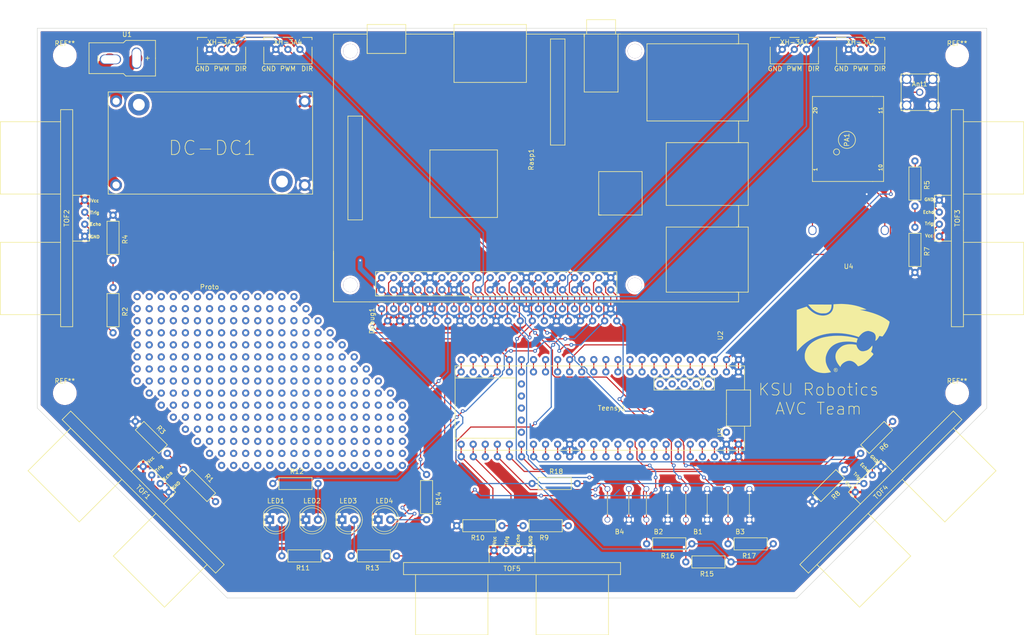
<source format=kicad_pcb>
(kicad_pcb (version 20171130) (host pcbnew 5.1.5+dfsg1-2build2)
  (layers (0 F.Cu signal) (31 B.Cu signal) (34 B.Paste user) (35 F.Paste user) (36 B.SilkS user) (37 F.SilkS user) (38 B.Mask user) (39 F.Mask user) (44 Edge.Cuts user))
  (net 0 "")
  (net 1 GND)
  (net 2 "Net-(Ant1-Pad1)")
  (net 3 5V)
  (net 4 "Net-(DC-DC1-PadIN-)")
  (net 5 "Net-(DC-DC1-PadIN+)")
  (net 6 "Net-(Debug1-Pad8)")
  (net 7 "Net-(Debug1-Pad10)")
  (net 8 DIR1)
  (net 9 DIR2)
  (net 10 "Net-(Debug1-Pad28)")
  (net 11 PWMLeft)
  (net 12 PWMRight)
  (net 13 3.3V)
  (net 14 "Net-(PA1-Pad2)")
  (net 15 "Net-(PA1-Pad3)")
  (net 16 VBattery)
  (net 17 "Net-(PA1-Pad5)")
  (net 18 "Net-(PA1-Pad6)")
  (net 19 "Net-(PA1-Pad7)")
  (net 20 TX0)
  (net 21 RX0)
  (net 22 "Net-(PA1-Pad12)")
  (net 23 "Net-(PA1-Pad13)")
  (net 24 "Net-(PA1-Pad14)")
  (net 25 "Net-(PA1-Pad15)")
  (net 26 "Net-(PA1-Pad16)")
  (net 27 "Net-(PA1-Pad17)")
  (net 28 "Net-(PA1-Pad18)")
  (net 29 "Net-(PA1-Pad19)")
  (net 30 "Net-(PA1-Pad20)")
  (net 31 "Net-(R1-Pad1)")
  (net 32 TOF1)
  (net 33 TOF2)
  (net 34 "Net-(R2-Pad1)")
  (net 35 TOF3)
  (net 36 "Net-(R5-Pad2)")
  (net 37 TOF4)
  (net 38 "Net-(R6-Pad2)")
  (net 39 "Net-(R9-Pad2)")
  (net 40 TOF5)
  (net 41 "Net-(Teensy1-Pad2)")
  (net 42 "Net-(Teensy1-Pad3)")
  (net 43 "Net-(Teensy1-Pad4)")
  (net 44 "Net-(Teensy1-Pad5)")
  (net 45 "Net-(Teensy1-Pad6)")
  (net 46 "Net-(Teensy1-Pad7)")
  (net 47 "Net-(Teensy1-Pad8)")
  (net 48 "Net-(Teensy1-Pad9)")
  (net 49 "Net-(Teensy1-Pad10)")
  (net 50 "Net-(Teensy1-Pad11)")
  (net 51 "Net-(Teensy1-Pad12)")
  (net 52 "Net-(Teensy1-Pad13)")
  (net 53 "Net-(Teensy1-Pad14)")
  (net 54 "Net-(Teensy1-Pad15)")
  (net 55 "Net-(Teensy1-Pad16)")
  (net 56 "Net-(Teensy1-Pad17)")
  (net 57 "Net-(Teensy1-Pad18)")
  (net 58 "Net-(Teensy1-Pad19)")
  (net 59 "Net-(Teensy1-Pad20)")
  (net 60 "Net-(Teensy1-Pad21)")
  (net 61 "Net-(Teensy1-Pad22)")
  (net 62 "Net-(Teensy1-Pad23)")
  (net 63 SCL)
  (net 64 SDA)
  (net 65 "Net-(Teensy1-Pad26)")
  (net 66 "Net-(Teensy1-Pad27)")
  (net 67 Trig5)
  (net 68 Trig4)
  (net 69 Trig3)
  (net 70 Trig2)
  (net 71 Trig1)
  (net 72 "Net-(Teensy1-Pad40)")
  (net 73 "Net-(Teensy1-Pad41)")
  (net 74 "Net-(Teensy1-PadV1)")
  (net 75 1)
  (net 76 3)
  (net 77 5)
  (net 78 7)
  (net 79 11)
  (net 80 13)
  (net 81 15)
  (net 82 17)
  (net 83 19)
  (net 84 21)
  (net 85 23)
  (net 86 27)
  (net 87 29)
  (net 88 31)
  (net 89 35)
  (net 90 37)
  (net 91 "Net-(Teensy1-Pad31)")
  (net 92 "Net-(Teensy1-Pad35)")
  (net 93 22)
  (net 94 24)
  (net 95 26)
  (net 96 12)
  (net 97 36)
  (net 98 38)
  (net 99 40)
  (net 100 "Net-(LED1-Pad2)")
  (net 101 "Net-(LED2-Pad2)")
  (net 102 "Net-(LED3-Pad2)")
  (net 103 "Net-(LED4-Pad2)")
  (module Custom_sym:ExternalBattery (layer F.Cu) (at 57.15 50.8 270)
    (fp_text reference U1 (at -9.5 -6.75 180) (layer F.SilkS))
    (fp_text value ExternalBattery)
    (fp_text user + (at -4.5 -11 270) (layer F.SilkS))
    (fp_text user - (at -4.25 -0.5 90) (layer F.SilkS) (effects (font (size 2 2))))
    (pad VBattery thru_hole oval (at -4.5 -8.75 270) (size 4.5 2) (drill oval 4 1.75) (layers *.Cu *.Mask) (net 5 "Net-(DC-DC1-PadIN+)"))
    (pad GND thru_hole oval (at -4.25 -3.25) (size 4.5 2) (drill oval 4 1.75) (layers *.Cu *.Mask) (net 4 "Net-(DC-DC1-PadIN-)"))
  )
  (module "Custom_sym:BuckConverter(LM2596)" (layer F.Cu) (at 92.71 69.85)
    (fp_text reference DC-DC1 (at -10.8585 -4.6355) (layer F.SilkS) (effects (font (size 3 3))))
    (fp_text value "BuckConverter(LM2596)")
    (pad OUT+ thru_hole circle (at 8.636 -14.478) (size 2.5 2.5) (drill 1.5) (layers *.Cu *.Mask) (net 3 5V))
    (pad OUT- thru_hole circle (at 8.636 3.175) (size 2.5 2.5) (drill 1.5) (layers *.Cu *.Mask) (net 1 GND))
    (pad IN- thru_hole circle (at -31.115 3.175) (size 2.5 2.5) (drill 1.5) (layers *.Cu *.Mask) (net 4 "Net-(DC-DC1-PadIN-)"))
    (pad IN+ thru_hole circle (at -31.1023 -14.478) (size 2.5 2.5) (drill 1.5) (layers *.Cu *.Mask) (net 5 "Net-(DC-DC1-PadIN+)"))
    (pad 1 thru_hole circle (at -26.3144 -13.7541) (size 4.5 4.5) (drill 2.5) (layers *.Cu *.Mask))
    (pad 2 thru_hole circle (at 3.8354 2.4257) (size 4.5 4.5) (drill 2.5) (layers *.Cu *.Mask))
  )
  (module Custom_sym:Proto1 (layer F.Cu) (at 81.28 93.98)
    (fp_text reference Proto (at 0 0.5) (layer F.SilkS))
    (fp_text value Proto1)
    (pad 106 thru_hole circle (at 35.56 35.56) (size 1.524 1.524) (drill 0.762) (layers *.Cu *.Mask))
    (pad 105 thru_hole circle (at 38.1 35.56) (size 1.524 1.524) (drill 0.762) (layers *.Cu *.Mask))
    (pad 104 thru_hole circle (at 38.1 33.02) (size 1.524 1.524) (drill 0.762) (layers *.Cu *.Mask))
    (pad 103 thru_hole circle (at 35.56 33.02) (size 1.524 1.524) (drill 0.762) (layers *.Cu *.Mask))
    (pad 102 thru_hole circle (at 30.48 30.48) (size 1.524 1.524) (drill 0.762) (layers *.Cu *.Mask))
    (pad 101 thru_hole circle (at 33.02 30.48) (size 1.524 1.524) (drill 0.762) (layers *.Cu *.Mask))
    (pad 100 thru_hole circle (at 35.56 30.48) (size 1.524 1.524) (drill 0.762) (layers *.Cu *.Mask))
    (pad 99 thru_hole circle (at 38.1 30.48) (size 1.524 1.524) (drill 0.762) (layers *.Cu *.Mask))
    (pad 98 thru_hole circle (at 38.1 27.94) (size 1.524 1.524) (drill 0.762) (layers *.Cu *.Mask))
    (pad 97 thru_hole circle (at 35.56 27.94) (size 1.524 1.524) (drill 0.762) (layers *.Cu *.Mask))
    (pad 96 thru_hole circle (at 33.02 27.94) (size 1.524 1.524) (drill 0.762) (layers *.Cu *.Mask))
    (pad 95 thru_hole circle (at 30.48 27.94) (size 1.524 1.524) (drill 0.762) (layers *.Cu *.Mask))
    (pad 94 thru_hole circle (at 27.94 27.94) (size 1.524 1.524) (drill 0.762) (layers *.Cu *.Mask))
    (pad 92 thru_hole circle (at 25.4 25.4) (size 1.524 1.524) (drill 0.762) (layers *.Cu *.Mask))
    (pad 91 thru_hole circle (at 27.94 25.4) (size 1.524 1.524) (drill 0.762) (layers *.Cu *.Mask))
    (pad 90 thru_hole circle (at 30.48 25.4) (size 1.524 1.524) (drill 0.762) (layers *.Cu *.Mask))
    (pad 89 thru_hole circle (at 33.02 25.4) (size 1.524 1.524) (drill 0.762) (layers *.Cu *.Mask))
    (pad 88 thru_hole circle (at 35.56 25.4) (size 1.524 1.524) (drill 0.762) (layers *.Cu *.Mask))
    (pad 87 thru_hole circle (at 38.1 25.4) (size 1.524 1.524) (drill 0.762) (layers *.Cu *.Mask))
    (pad 86 thru_hole circle (at 35.56 22.86) (size 1.524 1.524) (drill 0.762) (layers *.Cu *.Mask))
    (pad 85 thru_hole circle (at 33.02 22.86) (size 1.524 1.524) (drill 0.762) (layers *.Cu *.Mask))
    (pad 84 thru_hole circle (at 30.48 22.86) (size 1.524 1.524) (drill 0.762) (layers *.Cu *.Mask))
    (pad 83 thru_hole circle (at 27.94 22.86) (size 1.524 1.524) (drill 0.762) (layers *.Cu *.Mask))
    (pad 82 thru_hole circle (at 25.4 22.86) (size 1.524 1.524) (drill 0.762) (layers *.Cu *.Mask))
    (pad 81 thru_hole circle (at 22.86 22.86) (size 1.524 1.524) (drill 0.762) (layers *.Cu *.Mask))
    (pad 80 thru_hole circle (at 22.86 10.16) (size 1.524 1.524) (drill 0.762) (layers *.Cu *.Mask))
    (pad 79 thru_hole circle (at 22.86 12.7) (size 1.524 1.524) (drill 0.762) (layers *.Cu *.Mask))
    (pad 78 thru_hole circle (at 25.4 12.7) (size 1.524 1.524) (drill 0.762) (layers *.Cu *.Mask))
    (pad 77 thru_hole circle (at 27.94 15.24) (size 1.524 1.524) (drill 0.762) (layers *.Cu *.Mask))
    (pad 76 thru_hole circle (at 25.4 15.24) (size 1.524 1.524) (drill 0.762) (layers *.Cu *.Mask))
    (pad 75 thru_hole circle (at 22.86 15.24) (size 1.524 1.524) (drill 0.762) (layers *.Cu *.Mask))
    (pad 74 thru_hole circle (at 22.86 17.78) (size 1.524 1.524) (drill 0.762) (layers *.Cu *.Mask))
    (pad 73 thru_hole circle (at 25.4 17.78) (size 1.524 1.524) (drill 0.762) (layers *.Cu *.Mask))
    (pad 72 thru_hole circle (at 27.94 17.78) (size 1.524 1.524) (drill 0.762) (layers *.Cu *.Mask))
    (pad 71 thru_hole circle (at 30.48 17.78) (size 1.524 1.524) (drill 0.762) (layers *.Cu *.Mask))
    (pad 70 thru_hole circle (at 33.02 20.32) (size 1.524 1.524) (drill 0.762) (layers *.Cu *.Mask))
    (pad 69 thru_hole circle (at 27.94 20.32) (size 1.524 1.524) (drill 0.762) (layers *.Cu *.Mask))
    (pad 68 thru_hole circle (at 30.48 20.32) (size 1.524 1.524) (drill 0.762) (layers *.Cu *.Mask))
    (pad 67 thru_hole circle (at 22.86 20.32) (size 1.524 1.524) (drill 0.762) (layers *.Cu *.Mask))
    (pad 66 thru_hole circle (at 25.4 20.32) (size 1.524 1.524) (drill 0.762) (layers *.Cu *.Mask))
    (pad 65 thru_hole circle (at 20.32 20.32) (size 1.524 1.524) (drill 0.762) (layers *.Cu *.Mask))
    (pad 64 thru_hole circle (at 20.32 17.78) (size 1.524 1.524) (drill 0.762) (layers *.Cu *.Mask))
    (pad 63 thru_hole circle (at 20.32 15.24) (size 1.524 1.524) (drill 0.762) (layers *.Cu *.Mask))
    (pad 62 thru_hole circle (at 20.32 12.7) (size 1.524 1.524) (drill 0.762) (layers *.Cu *.Mask))
    (pad 61 thru_hole circle (at 20.32 10.16) (size 1.524 1.524) (drill 0.762) (layers *.Cu *.Mask))
    (pad 60 thru_hole circle (at 20.32 7.62) (size 1.524 1.524) (drill 0.762) (layers *.Cu *.Mask))
    (pad 59 thru_hole circle (at 0 33.02) (size 1.524 1.524) (drill 0.762) (layers *.Cu *.Mask))
    (pad 7 thru_hole circle (at 15.24 35.56) (size 1.524 1.524) (drill 0.762) (layers *.Cu *.Mask))
    (pad 10 thru_hole circle (at 22.86 35.56) (size 1.524 1.524) (drill 0.762) (layers *.Cu *.Mask))
    (pad 14 thru_hole circle (at 33.02 35.56) (size 1.524 1.524) (drill 0.762) (layers *.Cu *.Mask))
    (pad 13 thru_hole circle (at 30.48 35.56) (size 1.524 1.524) (drill 0.762) (layers *.Cu *.Mask))
    (pad 8 thru_hole circle (at 20.32 35.56) (size 1.524 1.524) (drill 0.762) (layers *.Cu *.Mask))
    (pad 3 thru_hole circle (at 5.08 35.56) (size 1.524 1.524) (drill 0.762) (layers *.Cu *.Mask))
    (pad 4 thru_hole circle (at 7.62 35.56) (size 1.524 1.524) (drill 0.762) (layers *.Cu *.Mask))
    (pad 11 thru_hole circle (at 25.4 35.56) (size 1.524 1.524) (drill 0.762) (layers *.Cu *.Mask))
    (pad 12 thru_hole circle (at 27.94 35.56) (size 1.524 1.524) (drill 0.762) (layers *.Cu *.Mask))
    (pad 5 thru_hole circle (at 10.16 35.56) (size 1.524 1.524) (drill 0.762) (layers *.Cu *.Mask))
    (pad 9 thru_hole circle (at 17.78 35.56) (size 1.524 1.524) (drill 0.762) (layers *.Cu *.Mask))
    (pad 2 thru_hole circle (at 2.54 35.56) (size 1.524 1.524) (drill 0.762) (layers *.Cu *.Mask))
    (pad 6 thru_hole circle (at 12.7 35.56) (size 1.524 1.524) (drill 0.762) (layers *.Cu *.Mask))
    (pad 8 thru_hole circle (at 20.32 33.02) (size 1.524 1.524) (drill 0.762) (layers *.Cu *.Mask))
    (pad 14 thru_hole circle (at 33.02 33.02) (size 1.524 1.524) (drill 0.762) (layers *.Cu *.Mask))
    (pad 10 thru_hole circle (at 22.86 33.02) (size 1.524 1.524) (drill 0.762) (layers *.Cu *.Mask))
    (pad 5 thru_hole circle (at 10.16 33.02) (size 1.524 1.524) (drill 0.762) (layers *.Cu *.Mask))
    (pad 13 thru_hole circle (at 30.48 33.02) (size 1.524 1.524) (drill 0.762) (layers *.Cu *.Mask))
    (pad 2 thru_hole circle (at 2.54 33.02) (size 1.524 1.524) (drill 0.762) (layers *.Cu *.Mask))
    (pad 7 thru_hole circle (at 15.24 33.02) (size 1.524 1.524) (drill 0.762) (layers *.Cu *.Mask))
    (pad 6 thru_hole circle (at 12.7 33.02) (size 1.524 1.524) (drill 0.762) (layers *.Cu *.Mask))
    (pad 12 thru_hole circle (at 27.94 33.02) (size 1.524 1.524) (drill 0.762) (layers *.Cu *.Mask))
    (pad 3 thru_hole circle (at 5.08 33.02) (size 1.524 1.524) (drill 0.762) (layers *.Cu *.Mask))
    (pad 4 thru_hole circle (at 7.62 33.02) (size 1.524 1.524) (drill 0.762) (layers *.Cu *.Mask))
    (pad 11 thru_hole circle (at 25.4 33.02) (size 1.524 1.524) (drill 0.762) (layers *.Cu *.Mask))
    (pad 9 thru_hole circle (at 17.78 33.02) (size 1.524 1.524) (drill 0.762) (layers *.Cu *.Mask))
    (pad 6 thru_hole circle (at 7.62 30.48) (size 1.524 1.524) (drill 0.762) (layers *.Cu *.Mask))
    (pad 7 thru_hole circle (at 10.16 30.48) (size 1.524 1.524) (drill 0.762) (layers *.Cu *.Mask))
    (pad 5 thru_hole circle (at 5.08 30.48) (size 1.524 1.524) (drill 0.762) (layers *.Cu *.Mask))
    (pad 12 thru_hole circle (at 22.86 30.48) (size 1.524 1.524) (drill 0.762) (layers *.Cu *.Mask))
    (pad 11 thru_hole circle (at 20.32 30.48) (size 1.524 1.524) (drill 0.762) (layers *.Cu *.Mask))
    (pad 8 thru_hole circle (at 15.24 30.48) (size 1.524 1.524) (drill 0.762) (layers *.Cu *.Mask))
    (pad 9 thru_hole circle (at 12.7 30.48) (size 1.524 1.524) (drill 0.762) (layers *.Cu *.Mask))
    (pad 3 thru_hole circle (at 0 30.48) (size 1.524 1.524) (drill 0.762) (layers *.Cu *.Mask))
    (pad 14 thru_hole circle (at 27.94 30.48) (size 1.524 1.524) (drill 0.762) (layers *.Cu *.Mask))
    (pad 10 thru_hole circle (at 17.78 30.48) (size 1.524 1.524) (drill 0.762) (layers *.Cu *.Mask))
    (pad 4 thru_hole circle (at 2.54 30.48) (size 1.524 1.524) (drill 0.762) (layers *.Cu *.Mask))
    (pad 13 thru_hole circle (at 25.4 30.48) (size 1.524 1.524) (drill 0.762) (layers *.Cu *.Mask))
    (pad 2 thru_hole circle (at -2.54 30.48) (size 1.524 1.524) (drill 0.762) (layers *.Cu *.Mask))
    (pad 9 thru_hole circle (at 10.16 27.94) (size 1.524 1.524) (drill 0.762) (layers *.Cu *.Mask))
    (pad 11 thru_hole circle (at 17.78 27.94) (size 1.524 1.524) (drill 0.762) (layers *.Cu *.Mask))
    (pad 12 thru_hole circle (at 20.32 27.94) (size 1.524 1.524) (drill 0.762) (layers *.Cu *.Mask))
    (pad 4 thru_hole circle (at 0 27.94) (size 1.524 1.524) (drill 0.762) (layers *.Cu *.Mask))
    (pad 2 thru_hole circle (at -5.08 27.94) (size 1.524 1.524) (drill 0.762) (layers *.Cu *.Mask))
    (pad 14 thru_hole circle (at 25.4 27.94) (size 1.524 1.524) (drill 0.762) (layers *.Cu *.Mask))
    (pad 8 thru_hole circle (at 12.7 27.94) (size 1.524 1.524) (drill 0.762) (layers *.Cu *.Mask))
    (pad 3 thru_hole circle (at -2.54 27.94) (size 1.524 1.524) (drill 0.762) (layers *.Cu *.Mask))
    (pad 13 thru_hole circle (at 22.86 27.94) (size 1.524 1.524) (drill 0.762) (layers *.Cu *.Mask))
    (pad 10 thru_hole circle (at 15.24 27.94) (size 1.524 1.524) (drill 0.762) (layers *.Cu *.Mask))
    (pad 6 thru_hole circle (at 5.08 27.94) (size 1.524 1.524) (drill 0.762) (layers *.Cu *.Mask))
    (pad 7 thru_hole circle (at 7.62 27.94) (size 1.524 1.524) (drill 0.762) (layers *.Cu *.Mask))
    (pad 5 thru_hole circle (at 2.54 27.94) (size 1.524 1.524) (drill 0.762) (layers *.Cu *.Mask))
    (pad 4 thru_hole circle (at -2.54 25.4) (size 1.524 1.524) (drill 0.762) (layers *.Cu *.Mask))
    (pad 6 thru_hole circle (at 2.54 25.4) (size 1.524 1.524) (drill 0.762) (layers *.Cu *.Mask))
    (pad 14 thru_hole circle (at 22.86 25.4) (size 1.524 1.524) (drill 0.762) (layers *.Cu *.Mask))
    (pad 13 thru_hole circle (at 20.32 25.4) (size 1.524 1.524) (drill 0.762) (layers *.Cu *.Mask))
    (pad 3 thru_hole circle (at -5.08 25.4) (size 1.524 1.524) (drill 0.762) (layers *.Cu *.Mask))
    (pad 9 thru_hole circle (at 7.62 25.4) (size 1.524 1.524) (drill 0.762) (layers *.Cu *.Mask))
    (pad 10 thru_hole circle (at 12.7 25.4) (size 1.524 1.524) (drill 0.762) (layers *.Cu *.Mask))
    (pad 7 thru_hole circle (at 5.08 25.4) (size 1.524 1.524) (drill 0.762) (layers *.Cu *.Mask))
    (pad 12 thru_hole circle (at 17.78 25.4) (size 1.524 1.524) (drill 0.762) (layers *.Cu *.Mask))
    (pad 2 thru_hole circle (at -7.62 25.4) (size 1.524 1.524) (drill 0.762) (layers *.Cu *.Mask))
    (pad 8 thru_hole circle (at 10.16 25.4) (size 1.524 1.524) (drill 0.762) (layers *.Cu *.Mask))
    (pad 11 thru_hole circle (at 15.24 25.4) (size 1.524 1.524) (drill 0.762) (layers *.Cu *.Mask))
    (pad 5 thru_hole circle (at 0 25.4) (size 1.524 1.524) (drill 0.762) (layers *.Cu *.Mask))
    (pad 6 thru_hole circle (at 0 22.86) (size 1.524 1.524) (drill 0.762) (layers *.Cu *.Mask))
    (pad 12 thru_hole circle (at 15.24 22.86) (size 1.524 1.524) (drill 0.762) (layers *.Cu *.Mask))
    (pad 2 thru_hole circle (at -10.16 22.86) (size 1.524 1.524) (drill 0.762) (layers *.Cu *.Mask))
    (pad 8 thru_hole circle (at 7.62 22.86) (size 1.524 1.524) (drill 0.762) (layers *.Cu *.Mask))
    (pad 10 thru_hole circle (at 10.16 22.86) (size 1.524 1.524) (drill 0.762) (layers *.Cu *.Mask))
    (pad 14 thru_hole circle (at 20.32 22.86) (size 1.524 1.524) (drill 0.762) (layers *.Cu *.Mask))
    (pad 13 thru_hole circle (at 17.78 22.86) (size 1.524 1.524) (drill 0.762) (layers *.Cu *.Mask))
    (pad 4 thru_hole circle (at -5.08 22.86) (size 1.524 1.524) (drill 0.762) (layers *.Cu *.Mask))
    (pad 11 thru_hole circle (at 12.7 22.86) (size 1.524 1.524) (drill 0.762) (layers *.Cu *.Mask))
    (pad 3 thru_hole circle (at -7.62 22.86) (size 1.524 1.524) (drill 0.762) (layers *.Cu *.Mask))
    (pad 5 thru_hole circle (at -2.54 22.86) (size 1.524 1.524) (drill 0.762) (layers *.Cu *.Mask))
    (pad 9 thru_hole circle (at 5.08 22.86) (size 1.524 1.524) (drill 0.762) (layers *.Cu *.Mask))
    (pad 7 thru_hole circle (at 2.54 22.86) (size 1.524 1.524) (drill 0.762) (layers *.Cu *.Mask))
    (pad 11 thru_hole circle (at 10.16 20.32) (size 1.524 1.524) (drill 0.762) (layers *.Cu *.Mask))
    (pad 3 thru_hole circle (at -10.16 20.32) (size 1.524 1.524) (drill 0.762) (layers *.Cu *.Mask))
    (pad 6 thru_hole circle (at -2.54 20.32) (size 1.524 1.524) (drill 0.762) (layers *.Cu *.Mask))
    (pad 5 thru_hole circle (at -5.08 20.32) (size 1.524 1.524) (drill 0.762) (layers *.Cu *.Mask))
    (pad 12 thru_hole circle (at 12.7 20.32) (size 1.524 1.524) (drill 0.762) (layers *.Cu *.Mask))
    (pad 13 thru_hole circle (at 15.24 20.32) (size 1.524 1.524) (drill 0.762) (layers *.Cu *.Mask))
    (pad 2 thru_hole circle (at -12.7 20.32) (size 1.524 1.524) (drill 0.762) (layers *.Cu *.Mask))
    (pad 4 thru_hole circle (at -7.62 20.32) (size 1.524 1.524) (drill 0.762) (layers *.Cu *.Mask))
    (pad 9 thru_hole circle (at 2.54 20.32) (size 1.524 1.524) (drill 0.762) (layers *.Cu *.Mask))
    (pad 10 thru_hole circle (at 7.62 20.32) (size 1.524 1.524) (drill 0.762) (layers *.Cu *.Mask))
    (pad 14 thru_hole circle (at 17.78 20.32) (size 1.524 1.524) (drill 0.762) (layers *.Cu *.Mask))
    (pad 8 thru_hole circle (at 5.08 20.32) (size 1.524 1.524) (drill 0.762) (layers *.Cu *.Mask))
    (pad 7 thru_hole circle (at 0 20.32) (size 1.524 1.524) (drill 0.762) (layers *.Cu *.Mask))
    (pad 2 thru_hole circle (at -12.7 17.78) (size 1.524 1.524) (drill 0.762) (layers *.Cu *.Mask))
    (pad 4 thru_hole circle (at -7.62 17.78) (size 1.524 1.524) (drill 0.762) (layers *.Cu *.Mask))
    (pad 5 thru_hole circle (at -5.08 17.78) (size 1.524 1.524) (drill 0.762) (layers *.Cu *.Mask))
    (pad 9 thru_hole circle (at 2.54 17.78) (size 1.524 1.524) (drill 0.762) (layers *.Cu *.Mask))
    (pad 6 thru_hole circle (at -2.54 17.78) (size 1.524 1.524) (drill 0.762) (layers *.Cu *.Mask))
    (pad 10 thru_hole circle (at 7.62 17.78) (size 1.524 1.524) (drill 0.762) (layers *.Cu *.Mask))
    (pad 11 thru_hole circle (at 10.16 17.78) (size 1.524 1.524) (drill 0.762) (layers *.Cu *.Mask))
    (pad 12 thru_hole circle (at 12.7 17.78) (size 1.524 1.524) (drill 0.762) (layers *.Cu *.Mask))
    (pad 8 thru_hole circle (at 5.08 17.78) (size 1.524 1.524) (drill 0.762) (layers *.Cu *.Mask))
    (pad 7 thru_hole circle (at 0 17.78) (size 1.524 1.524) (drill 0.762) (layers *.Cu *.Mask))
    (pad 3 thru_hole circle (at -10.16 17.78) (size 1.524 1.524) (drill 0.762) (layers *.Cu *.Mask))
    (pad 13 thru_hole circle (at 15.24 17.78) (size 1.524 1.524) (drill 0.762) (layers *.Cu *.Mask))
    (pad 14 thru_hole circle (at 17.78 17.78) (size 1.524 1.524) (drill 0.762) (layers *.Cu *.Mask))
    (pad 12 thru_hole circle (at 12.7 15.24) (size 1.524 1.524) (drill 0.762) (layers *.Cu *.Mask))
    (pad 7 thru_hole circle (at 0 15.24) (size 1.524 1.524) (drill 0.762) (layers *.Cu *.Mask))
    (pad 3 thru_hole circle (at -10.16 15.24) (size 1.524 1.524) (drill 0.762) (layers *.Cu *.Mask))
    (pad 9 thru_hole circle (at 2.54 15.24) (size 1.524 1.524) (drill 0.762) (layers *.Cu *.Mask))
    (pad 13 thru_hole circle (at 15.24 15.24) (size 1.524 1.524) (drill 0.762) (layers *.Cu *.Mask))
    (pad 8 thru_hole circle (at 5.08 15.24) (size 1.524 1.524) (drill 0.762) (layers *.Cu *.Mask))
    (pad 10 thru_hole circle (at 7.62 15.24) (size 1.524 1.524) (drill 0.762) (layers *.Cu *.Mask))
    (pad 4 thru_hole circle (at -7.62 15.24) (size 1.524 1.524) (drill 0.762) (layers *.Cu *.Mask))
    (pad 6 thru_hole circle (at -2.54 15.24) (size 1.524 1.524) (drill 0.762) (layers *.Cu *.Mask))
    (pad 11 thru_hole circle (at 10.16 15.24) (size 1.524 1.524) (drill 0.762) (layers *.Cu *.Mask))
    (pad 14 thru_hole circle (at 17.78 15.24) (size 1.524 1.524) (drill 0.762) (layers *.Cu *.Mask))
    (pad 5 thru_hole circle (at -5.08 15.24) (size 1.524 1.524) (drill 0.762) (layers *.Cu *.Mask))
    (pad 2 thru_hole circle (at -12.7 15.24) (size 1.524 1.524) (drill 0.762) (layers *.Cu *.Mask))
    (pad 9 thru_hole circle (at 2.54 12.7) (size 1.524 1.524) (drill 0.762) (layers *.Cu *.Mask))
    (pad 12 thru_hole circle (at 12.7 12.7) (size 1.524 1.524) (drill 0.762) (layers *.Cu *.Mask))
    (pad 7 thru_hole circle (at 0 12.7) (size 1.524 1.524) (drill 0.762) (layers *.Cu *.Mask))
    (pad 13 thru_hole circle (at 15.24 12.7) (size 1.524 1.524) (drill 0.762) (layers *.Cu *.Mask))
    (pad 3 thru_hole circle (at -10.16 12.7) (size 1.524 1.524) (drill 0.762) (layers *.Cu *.Mask))
    (pad 4 thru_hole circle (at -7.62 12.7) (size 1.524 1.524) (drill 0.762) (layers *.Cu *.Mask))
    (pad 10 thru_hole circle (at 7.62 12.7) (size 1.524 1.524) (drill 0.762) (layers *.Cu *.Mask))
    (pad 6 thru_hole circle (at -2.54 12.7) (size 1.524 1.524) (drill 0.762) (layers *.Cu *.Mask))
    (pad 8 thru_hole circle (at 5.08 12.7) (size 1.524 1.524) (drill 0.762) (layers *.Cu *.Mask))
    (pad 11 thru_hole circle (at 10.16 12.7) (size 1.524 1.524) (drill 0.762) (layers *.Cu *.Mask))
    (pad 14 thru_hole circle (at 17.78 12.7) (size 1.524 1.524) (drill 0.762) (layers *.Cu *.Mask))
    (pad 5 thru_hole circle (at -5.08 12.7) (size 1.524 1.524) (drill 0.762) (layers *.Cu *.Mask))
    (pad 2 thru_hole circle (at -12.7 12.7) (size 1.524 1.524) (drill 0.762) (layers *.Cu *.Mask))
    (pad 10 thru_hole circle (at 7.62 10.16) (size 1.524 1.524) (drill 0.762) (layers *.Cu *.Mask))
    (pad 12 thru_hole circle (at 12.7 10.16) (size 1.524 1.524) (drill 0.762) (layers *.Cu *.Mask))
    (pad 6 thru_hole circle (at -2.54 10.16) (size 1.524 1.524) (drill 0.762) (layers *.Cu *.Mask))
    (pad 8 thru_hole circle (at 5.08 10.16) (size 1.524 1.524) (drill 0.762) (layers *.Cu *.Mask))
    (pad 4 thru_hole circle (at -7.62 10.16) (size 1.524 1.524) (drill 0.762) (layers *.Cu *.Mask))
    (pad 11 thru_hole circle (at 10.16 10.16) (size 1.524 1.524) (drill 0.762) (layers *.Cu *.Mask))
    (pad 9 thru_hole circle (at 2.54 10.16) (size 1.524 1.524) (drill 0.762) (layers *.Cu *.Mask))
    (pad 7 thru_hole circle (at 0 10.16) (size 1.524 1.524) (drill 0.762) (layers *.Cu *.Mask))
    (pad 3 thru_hole circle (at -10.16 10.16) (size 1.524 1.524) (drill 0.762) (layers *.Cu *.Mask))
    (pad 14 thru_hole circle (at 17.78 10.16) (size 1.524 1.524) (drill 0.762) (layers *.Cu *.Mask))
    (pad 13 thru_hole circle (at 15.24 10.16) (size 1.524 1.524) (drill 0.762) (layers *.Cu *.Mask))
    (pad 5 thru_hole circle (at -5.08 10.16) (size 1.524 1.524) (drill 0.762) (layers *.Cu *.Mask))
    (pad 2 thru_hole circle (at -12.7 10.16) (size 1.524 1.524) (drill 0.762) (layers *.Cu *.Mask))
    (pad 5 thru_hole circle (at -5.08 7.62) (size 1.524 1.524) (drill 0.762) (layers *.Cu *.Mask))
    (pad 3 thru_hole circle (at -10.16 7.62) (size 1.524 1.524) (drill 0.762) (layers *.Cu *.Mask))
    (pad 7 thru_hole circle (at 0 7.62) (size 1.524 1.524) (drill 0.762) (layers *.Cu *.Mask))
    (pad 4 thru_hole circle (at -7.62 7.62) (size 1.524 1.524) (drill 0.762) (layers *.Cu *.Mask))
    (pad 8 thru_hole circle (at 5.08 7.62) (size 1.524 1.524) (drill 0.762) (layers *.Cu *.Mask))
    (pad 11 thru_hole circle (at 10.16 7.62) (size 1.524 1.524) (drill 0.762) (layers *.Cu *.Mask))
    (pad 14 thru_hole circle (at 17.78 7.62) (size 1.524 1.524) (drill 0.762) (layers *.Cu *.Mask))
    (pad 12 thru_hole circle (at 12.7 7.62) (size 1.524 1.524) (drill 0.762) (layers *.Cu *.Mask))
    (pad 2 thru_hole circle (at -12.7 7.62) (size 1.524 1.524) (drill 0.762) (layers *.Cu *.Mask))
    (pad 10 thru_hole circle (at 7.62 7.62) (size 1.524 1.524) (drill 0.762) (layers *.Cu *.Mask))
    (pad 13 thru_hole circle (at 15.24 7.62) (size 1.524 1.524) (drill 0.762) (layers *.Cu *.Mask))
    (pad 6 thru_hole circle (at -2.54 7.62) (size 1.524 1.524) (drill 0.762) (layers *.Cu *.Mask))
    (pad 9 thru_hole circle (at 2.54 7.62) (size 1.524 1.524) (drill 0.762) (layers *.Cu *.Mask))
    (pad 10 thru_hole circle (at 7.62 5.08) (size 1.524 1.524) (drill 0.762) (layers *.Cu *.Mask))
    (pad 6 thru_hole circle (at -2.54 5.08) (size 1.524 1.524) (drill 0.762) (layers *.Cu *.Mask))
    (pad 3 thru_hole circle (at -10.16 5.08) (size 1.524 1.524) (drill 0.762) (layers *.Cu *.Mask))
    (pad 5 thru_hole circle (at -5.08 5.08) (size 1.524 1.524) (drill 0.762) (layers *.Cu *.Mask))
    (pad 8 thru_hole circle (at 5.08 5.08) (size 1.524 1.524) (drill 0.762) (layers *.Cu *.Mask))
    (pad 9 thru_hole circle (at 2.54 5.08) (size 1.524 1.524) (drill 0.762) (layers *.Cu *.Mask))
    (pad 13 thru_hole circle (at 15.24 5.08) (size 1.524 1.524) (drill 0.762) (layers *.Cu *.Mask))
    (pad 7 thru_hole circle (at 0 5.08) (size 1.524 1.524) (drill 0.762) (layers *.Cu *.Mask))
    (pad 14 thru_hole circle (at 17.78 5.08) (size 1.524 1.524) (drill 0.762) (layers *.Cu *.Mask))
    (pad 4 thru_hole circle (at -7.62 5.08) (size 1.524 1.524) (drill 0.762) (layers *.Cu *.Mask))
    (pad 12 thru_hole circle (at 12.7 5.08) (size 1.524 1.524) (drill 0.762) (layers *.Cu *.Mask))
    (pad 11 thru_hole circle (at 10.16 5.08) (size 1.524 1.524) (drill 0.762) (layers *.Cu *.Mask))
    (pad 2 thru_hole circle (at -12.7 5.08) (size 1.524 1.524) (drill 0.762) (layers *.Cu *.Mask))
    (pad 58 thru_hole circle (at 0 35.56) (size 1.524 1.524) (drill 0.762) (layers *.Cu *.Mask))
    (pad 57 thru_hole circle (at 2.54 38.1) (size 1.524 1.524) (drill 0.762) (layers *.Cu *.Mask))
    (pad 56 thru_hole circle (at 5.08 38.1) (size 1.524 1.524) (drill 0.762) (layers *.Cu *.Mask))
    (pad 55 thru_hole circle (at 7.62 38.1) (size 1.524 1.524) (drill 0.762) (layers *.Cu *.Mask))
    (pad 54 thru_hole circle (at 10.16 38.1) (size 1.524 1.524) (drill 0.762) (layers *.Cu *.Mask))
    (pad 53 thru_hole circle (at 12.7 38.1) (size 1.524 1.524) (drill 0.762) (layers *.Cu *.Mask))
    (pad 52 thru_hole circle (at 15.24 38.1) (size 1.524 1.524) (drill 0.762) (layers *.Cu *.Mask))
    (pad 51 thru_hole circle (at 17.78 38.1) (size 1.524 1.524) (drill 0.762) (layers *.Cu *.Mask))
    (pad 50 thru_hole circle (at 20.32 38.1) (size 1.524 1.524) (drill 0.762) (layers *.Cu *.Mask))
    (pad 49 thru_hole circle (at 22.86 38.1) (size 1.524 1.524) (drill 0.762) (layers *.Cu *.Mask))
    (pad 48 thru_hole circle (at 25.4 38.1) (size 1.524 1.524) (drill 0.762) (layers *.Cu *.Mask))
    (pad 47 thru_hole circle (at 27.94 38.1) (size 1.524 1.524) (drill 0.762) (layers *.Cu *.Mask))
    (pad 46 thru_hole circle (at 30.48 38.1) (size 1.524 1.524) (drill 0.762) (layers *.Cu *.Mask))
    (pad 45 thru_hole circle (at 33.02 38.1) (size 1.524 1.524) (drill 0.762) (layers *.Cu *.Mask))
    (pad 44 thru_hole circle (at 35.56 38.1) (size 1.524 1.524) (drill 0.762) (layers *.Cu *.Mask))
    (pad 43 thru_hole circle (at 38.1 38.1) (size 1.524 1.524) (drill 0.762) (layers *.Cu *.Mask))
    (pad 42 thru_hole circle (at 40.64 38.1) (size 1.524 1.524) (drill 0.762) (layers *.Cu *.Mask))
    (pad 40 thru_hole circle (at 40.64 35.56) (size 1.524 1.524) (drill 0.762) (layers *.Cu *.Mask))
    (pad 39 thru_hole circle (at 40.64 33.02) (size 1.524 1.524) (drill 0.762) (layers *.Cu *.Mask))
    (pad 38 thru_hole circle (at 40.64 30.48) (size 1.524 1.524) (drill 0.762) (layers *.Cu *.Mask))
    (pad 37 thru_hole circle (at 40.64 27.94) (size 1.524 1.524) (drill 0.762) (layers *.Cu *.Mask))
    (pad 36 thru_hole circle (at -2.54 33.02) (size 1.524 1.524) (drill 0.762) (layers *.Cu *.Mask))
    (pad 35 thru_hole circle (at -5.08 30.48) (size 1.524 1.524) (drill 0.762) (layers *.Cu *.Mask))
    (pad 34 thru_hole circle (at -7.62 27.94) (size 1.524 1.524) (drill 0.762) (layers *.Cu *.Mask))
    (pad 33 thru_hole circle (at -10.16 25.4) (size 1.524 1.524) (drill 0.762) (layers *.Cu *.Mask))
    (pad 32 thru_hole circle (at -12.7 22.86) (size 1.524 1.524) (drill 0.762) (layers *.Cu *.Mask))
    (pad 30 thru_hole circle (at 40.64 25.4) (size 1.524 1.524) (drill 0.762) (layers *.Cu *.Mask))
    (pad 29 thru_hole circle (at 38.1 22.86) (size 1.524 1.524) (drill 0.762) (layers *.Cu *.Mask))
    (pad 28 thru_hole circle (at 35.56 20.32) (size 1.524 1.524) (drill 0.762) (layers *.Cu *.Mask))
    (pad 27 thru_hole circle (at 33.02 17.78) (size 1.524 1.524) (drill 0.762) (layers *.Cu *.Mask))
    (pad 26 thru_hole circle (at 30.48 15.24) (size 1.524 1.524) (drill 0.762) (layers *.Cu *.Mask))
    (pad 25 thru_hole circle (at 27.94 12.7) (size 1.524 1.524) (drill 0.762) (layers *.Cu *.Mask))
    (pad 24 thru_hole circle (at 25.4 10.16) (size 1.524 1.524) (drill 0.762) (layers *.Cu *.Mask))
    (pad 23 thru_hole circle (at 22.86 7.62) (size 1.524 1.524) (drill 0.762) (layers *.Cu *.Mask))
    (pad 22 thru_hole circle (at 20.32 5.08) (size 1.524 1.524) (drill 0.762) (layers *.Cu *.Mask))
    (pad 21 thru_hole circle (at -15.24 20.32) (size 1.524 1.524) (drill 0.762) (layers *.Cu *.Mask))
    (pad 20 thru_hole circle (at -15.24 17.78) (size 1.524 1.524) (drill 0.762) (layers *.Cu *.Mask))
    (pad 19 thru_hole circle (at -15.24 15.24) (size 1.524 1.524) (drill 0.762) (layers *.Cu *.Mask))
    (pad 18 thru_hole circle (at -15.24 12.7) (size 1.524 1.524) (drill 0.762) (layers *.Cu *.Mask))
    (pad 17 thru_hole circle (at -15.24 10.16) (size 1.524 1.524) (drill 0.762) (layers *.Cu *.Mask))
    (pad 16 thru_hole circle (at -15.24 7.62) (size 1.524 1.524) (drill 0.762) (layers *.Cu *.Mask))
    (pad 15 thru_hole circle (at -15.24 5.08) (size 1.524 1.524) (drill 0.762) (layers *.Cu *.Mask))
    (pad 14 thru_hole circle (at 17.78 2.54) (size 1.524 1.524) (drill 0.762) (layers *.Cu *.Mask))
    (pad 13 thru_hole circle (at 15.24 2.54) (size 1.524 1.524) (drill 0.762) (layers *.Cu *.Mask))
    (pad 12 thru_hole circle (at 12.7 2.54) (size 1.524 1.524) (drill 0.762) (layers *.Cu *.Mask))
    (pad 11 thru_hole circle (at 10.16 2.54) (size 1.524 1.524) (drill 0.762) (layers *.Cu *.Mask))
    (pad 10 thru_hole circle (at 7.62 2.54) (size 1.524 1.524) (drill 0.762) (layers *.Cu *.Mask))
    (pad 9 thru_hole circle (at 2.54 2.54) (size 1.524 1.524) (drill 0.762) (layers *.Cu *.Mask))
    (pad 8 thru_hole circle (at 5.08 2.54) (size 1.524 1.524) (drill 0.762) (layers *.Cu *.Mask))
    (pad 7 thru_hole circle (at 0 2.54) (size 1.524 1.524) (drill 0.762) (layers *.Cu *.Mask))
    (pad 6 thru_hole circle (at -2.54 2.54) (size 1.524 1.524) (drill 0.762) (layers *.Cu *.Mask))
    (pad 5 thru_hole circle (at -5.08 2.54) (size 1.524 1.524) (drill 0.762) (layers *.Cu *.Mask))
    (pad 4 thru_hole circle (at -7.62 2.54) (size 1.524 1.524) (drill 0.762) (layers *.Cu *.Mask))
    (pad 3 thru_hole circle (at -10.16 2.54) (size 1.524 1.524) (drill 0.762) (layers *.Cu *.Mask))
    (pad 2 thru_hole circle (at -12.7 2.54) (size 1.524 1.524) (drill 0.762) (layers *.Cu *.Mask))
    (pad 1 thru_hole circle (at -15.24 2.54) (size 1.524 1.524) (drill 0.762) (layers *.Cu *.Mask))
  )
  (module "Custom_sym:K-State Logo" (layer F.Cu) (at 214.63 105.41)
    (fp_text reference G*** hide)
    (fp_text value LOGO hide)
  )
  (module Custom_sym:MountHole (layer F.Cu) (at 238.76 113.03)
    (fp_text reference REF** (at 0 1.27) (layer F.SilkS))
    (fp_text value MountHole)
    (pad "" np_thru_hole circle (at 0 3.81) (size 4 4) (drill 4) (layers *.Cu *.Mask))
  )
  (module Custom_sym:MountHole (layer F.Cu) (at 50.8 113.03)
    (fp_text reference REF** (at 0 1.27) (layer F.SilkS))
    (fp_text value MountHole)
    (pad "" np_thru_hole circle (at 0 3.81) (size 4 4) (drill 4) (layers *.Cu *.Mask))
  )
  (module Custom_sym:MountHole (layer F.Cu) (at 50.8 41.91)
    (fp_text reference REF** (at 0 1.27) (layer F.SilkS))
    (fp_text value MountHole)
    (pad "" np_thru_hole circle (at 0 3.81) (size 4 4) (drill 4) (layers *.Cu *.Mask))
  )
  (module Custom_sym:MountHole (layer F.Cu) (at 238.76 41.91)
    (fp_text reference REF** (at 0 1.27) (layer F.SilkS))
    (fp_text value MountHole)
    (pad "" np_thru_hole circle (at 0 3.81) (size 4 4) (drill 4) (layers *.Cu *.Mask))
  )
  (module Custom_sym:SMAAntennaMale (layer F.Cu) (at 229.87 45.72)
    (fp_text reference Ant1 (at 1 6) (layer F.SilkS))
    (fp_text value SMAAntennaMale)
    (pad Gnd thru_hole circle (at -1.75 5) (size 2 2) (drill 1.5) (layers *.Cu *.Mask) (net 1 GND))
    (pad Gnd thru_hole circle (at 3.75 5) (size 2 2) (drill 1.5) (layers *.Cu *.Mask) (net 1 GND))
    (pad Gnd thru_hole circle (at -1.75 10.5) (size 2 2) (drill 1.5) (layers *.Cu *.Mask) (net 1 GND))
    (pad Gnd thru_hole circle (at 3.75 10.5) (size 2 2) (drill 1.5) (layers *.Cu *.Mask) (net 1 GND))
    (pad 1 thru_hole circle (at 1 7.75) (size 1.524 1.524) (drill 1) (layers *.Cu *.Mask) (net 2 "Net-(Ant1-Pad1)"))
  )
  (module Custom_sym:2×20 (layer F.Cu) (at 114.9858 101.6254 90)
    (fp_text reference Debug1 (at 0 0.5 90) (layer F.SilkS))
    (fp_text value RaspberryPiDebug)
    (pad 1 thru_hole circle (at 2.54 2.54 90) (size 1.524 1.524) (drill 0.762) (layers *.Cu *.Mask) (net 75 1))
    (pad 2 thru_hole circle (at 0 3.81 90) (size 1.524 1.524) (drill 0.762) (layers *.Cu *.Mask) (net 3 5V))
    (pad 3 thru_hole circle (at 2.54 5.08 90) (size 1.524 1.524) (drill 0.762) (layers *.Cu *.Mask) (net 76 3))
    (pad 4 thru_hole circle (at 0 6.35 90) (size 1.524 1.524) (drill 0.762) (layers *.Cu *.Mask) (net 3 5V))
    (pad 5 thru_hole circle (at 2.54 7.62 90) (size 1.524 1.524) (drill 0.762) (layers *.Cu *.Mask) (net 77 5))
    (pad 6 thru_hole circle (at 0 8.89 90) (size 1.524 1.524) (drill 0.762) (layers *.Cu *.Mask) (net 1 GND))
    (pad 7 thru_hole circle (at 2.54 10.16 90) (size 1.524 1.524) (drill 0.762) (layers *.Cu *.Mask) (net 78 7))
    (pad 8 thru_hole circle (at 0 11.43 90) (size 1.524 1.524) (drill 0.762) (layers *.Cu *.Mask) (net 6 "Net-(Debug1-Pad8)"))
    (pad 9 thru_hole circle (at 2.54 12.7 90) (size 1.524 1.524) (drill 0.762) (layers *.Cu *.Mask) (net 1 GND))
    (pad 10 thru_hole circle (at 0 13.97 90) (size 1.524 1.524) (drill 0.762) (layers *.Cu *.Mask) (net 7 "Net-(Debug1-Pad10)"))
    (pad 11 thru_hole circle (at 2.54 15.24 90) (size 1.524 1.524) (drill 0.762) (layers *.Cu *.Mask) (net 79 11))
    (pad 12 thru_hole circle (at 0 16.51 90) (size 1.524 1.524) (drill 0.762) (layers *.Cu *.Mask) (net 96 12))
    (pad 13 thru_hole circle (at 2.54 17.78 90) (size 1.524 1.524) (drill 0.762) (layers *.Cu *.Mask) (net 80 13))
    (pad 14 thru_hole circle (at 0 19.05 90) (size 1.524 1.524) (drill 0.762) (layers *.Cu *.Mask) (net 1 GND))
    (pad 15 thru_hole circle (at 2.54 20.32 90) (size 1.524 1.524) (drill 0.762) (layers *.Cu *.Mask) (net 81 15))
    (pad 16 thru_hole circle (at 0 21.59 90) (size 1.524 1.524) (drill 0.762) (layers *.Cu *.Mask) (net 8 DIR1))
    (pad 17 thru_hole circle (at 2.54 22.86 90) (size 1.524 1.524) (drill 0.762) (layers *.Cu *.Mask) (net 82 17))
    (pad 18 thru_hole circle (at 0 24.13 90) (size 1.524 1.524) (drill 0.762) (layers *.Cu *.Mask) (net 9 DIR2))
    (pad 19 thru_hole circle (at 2.54 25.4 90) (size 1.524 1.524) (drill 0.762) (layers *.Cu *.Mask) (net 83 19))
    (pad 20 thru_hole circle (at 0 26.67 90) (size 1.524 1.524) (drill 0.762) (layers *.Cu *.Mask) (net 1 GND))
    (pad 21 thru_hole circle (at 2.54 27.94 90) (size 1.524 1.524) (drill 0.762) (layers *.Cu *.Mask) (net 84 21))
    (pad 22 thru_hole circle (at 0 29.21 90) (size 1.524 1.524) (drill 0.762) (layers *.Cu *.Mask) (net 93 22))
    (pad 23 thru_hole circle (at 2.54 30.48 90) (size 1.524 1.524) (drill 0.762) (layers *.Cu *.Mask) (net 85 23))
    (pad 24 thru_hole circle (at 0 31.75 90) (size 1.524 1.524) (drill 0.762) (layers *.Cu *.Mask) (net 94 24))
    (pad 25 thru_hole circle (at 2.54 33.02 90) (size 1.524 1.524) (drill 0.762) (layers *.Cu *.Mask) (net 1 GND))
    (pad 26 thru_hole circle (at 0 34.29 90) (size 1.524 1.524) (drill 0.762) (layers *.Cu *.Mask) (net 95 26))
    (pad 27 thru_hole circle (at 2.54 35.56 90) (size 1.524 1.524) (drill 0.762) (layers *.Cu *.Mask) (net 86 27))
    (pad 28 thru_hole circle (at 0 36.83 90) (size 1.524 1.524) (drill 0.762) (layers *.Cu *.Mask) (net 10 "Net-(Debug1-Pad28)"))
    (pad 29 thru_hole circle (at 2.54 38.1 90) (size 1.524 1.524) (drill 0.762) (layers *.Cu *.Mask) (net 87 29))
    (pad 30 thru_hole circle (at 0 39.37 90) (size 1.524 1.524) (drill 0.762) (layers *.Cu *.Mask) (net 1 GND))
    (pad 31 thru_hole circle (at 2.54 40.64 90) (size 1.524 1.524) (drill 0.762) (layers *.Cu *.Mask) (net 88 31))
    (pad 32 thru_hole circle (at 0 41.91 90) (size 1.524 1.524) (drill 0.762) (layers *.Cu *.Mask) (net 11 PWMLeft))
    (pad 33 thru_hole circle (at 2.54 43.18 90) (size 1.524 1.524) (drill 0.762) (layers *.Cu *.Mask) (net 12 PWMRight))
    (pad 34 thru_hole circle (at 0 44.45 90) (size 1.524 1.524) (drill 0.762) (layers *.Cu *.Mask) (net 1 GND))
    (pad 35 thru_hole circle (at 2.54 45.72 90) (size 1.524 1.524) (drill 0.762) (layers *.Cu *.Mask) (net 89 35))
    (pad 36 thru_hole circle (at 0 46.99 90) (size 1.524 1.524) (drill 0.762) (layers *.Cu *.Mask) (net 97 36))
    (pad 37 thru_hole circle (at 2.54 48.26 90) (size 1.524 1.524) (drill 0.762) (layers *.Cu *.Mask) (net 90 37))
    (pad 38 thru_hole circle (at 0 49.53 90) (size 1.524 1.524) (drill 0.762) (layers *.Cu *.Mask) (net 98 38))
    (pad 39 thru_hole circle (at 2.54 50.8 90) (size 1.524 1.524) (drill 0.762) (layers *.Cu *.Mask) (net 1 GND))
    (pad 40 thru_hole circle (at 0 52.07 90) (size 1.524 1.524) (drill 0.762) (layers *.Cu *.Mask) (net 99 40))
  )
  (module "Custom_sym:GPS PA1616D" (layer F.Cu) (at 214.63 63.5 90)
    (fp_text reference PA1 (at 0 0.889 90) (layer F.SilkS))
    (fp_text value PA1616D)
    (fp_text user 1 (at -6.223 -5.715 90) (layer F.SilkS) (effects (font (size 0.75 0.75))))
    (fp_text user 10 (at -5.842 8.001 90) (layer F.SilkS) (effects (font (size 0.75 0.75))))
    (fp_text user 11 (at 6.223 8.001 90) (layer F.SilkS) (effects (font (size 0.75 0.75))))
    (fp_text user 20 (at 6.223 -5.715 90) (layer F.SilkS) (effects (font (size 0.75 0.75))))
    (pad 1 smd rect (at -7.62 -5.715 180) (size 1 2) (layers F.Cu F.Paste F.Mask) (net 13 3.3V))
    (pad 2 smd rect (at -7.62 -4.191 180) (size 1 2) (layers F.Cu F.Paste F.Mask) (net 14 "Net-(PA1-Pad2)"))
    (pad 3 smd rect (at -7.62 -2.667 180) (size 1 2) (layers F.Cu F.Paste F.Mask) (net 15 "Net-(PA1-Pad3)"))
    (pad 4 smd rect (at -7.62 -1.143 180) (size 1 2) (layers F.Cu F.Paste F.Mask) (net 16 VBattery))
    (pad 5 smd rect (at -7.62 0.381 180) (size 1 2) (layers F.Cu F.Paste F.Mask) (net 17 "Net-(PA1-Pad5)"))
    (pad 6 smd rect (at -7.62 1.905 180) (size 1 2) (layers F.Cu F.Paste F.Mask) (net 18 "Net-(PA1-Pad6)"))
    (pad 7 smd rect (at -7.62 3.429 180) (size 1 2) (layers F.Cu F.Paste F.Mask) (net 19 "Net-(PA1-Pad7)"))
    (pad 8 smd rect (at -7.62 4.953 180) (size 1 2) (layers F.Cu F.Paste F.Mask) (net 1 GND))
    (pad 9 smd rect (at -7.62 6.477 180) (size 1 2) (layers F.Cu F.Paste F.Mask) (net 20 TX0))
    (pad 10 smd rect (at -7.62 8.001 180) (size 1 2) (layers F.Cu F.Paste F.Mask) (net 21 RX0))
    (pad 11 smd rect (at 8.001 8.001 180) (size 1 2) (layers F.Cu F.Paste F.Mask) (net 2 "Net-(Ant1-Pad1)"))
    (pad 12 smd rect (at 8.001 6.477 180) (size 1 2) (layers F.Cu F.Paste F.Mask) (net 22 "Net-(PA1-Pad12)"))
    (pad 13 smd rect (at 8.001 4.953 180) (size 1 2) (layers F.Cu F.Paste F.Mask) (net 23 "Net-(PA1-Pad13)"))
    (pad 14 smd rect (at 8.001 3.429 180) (size 1 2) (layers F.Cu F.Paste F.Mask) (net 24 "Net-(PA1-Pad14)"))
    (pad 15 smd rect (at 8.001 1.905 180) (size 1 2) (layers F.Cu F.Paste F.Mask) (net 25 "Net-(PA1-Pad15)"))
    (pad 16 smd rect (at 8.001 0.381 180) (size 1 2) (layers F.Cu F.Paste F.Mask) (net 26 "Net-(PA1-Pad16)"))
    (pad 17 smd rect (at 8.001 -1.143 180) (size 1 2) (layers F.Cu F.Paste F.Mask) (net 27 "Net-(PA1-Pad17)"))
    (pad 18 smd rect (at 8.001 -2.667 180) (size 1 2) (layers F.Cu F.Paste F.Mask) (net 28 "Net-(PA1-Pad18)"))
    (pad 19 smd rect (at 8.001 -4.191 180) (size 1 2) (layers F.Cu F.Paste F.Mask) (net 29 "Net-(PA1-Pad19)"))
    (pad 20 smd rect (at 8.001 -5.715 180) (size 1 2) (layers F.Cu F.Paste F.Mask) (net 30 "Net-(PA1-Pad20)"))
  )
  (module Custom_sym:Resistor (layer F.Cu) (at 82.55 139.7 225)
    (fp_text reference R1 (at -2.54 4.445 135) (layer F.SilkS))
    (fp_text value R)
    (pad 1 thru_hole circle (at 0 0 225) (size 1.524 1.524) (drill 0.762) (layers *.Cu *.Mask) (net 31 "Net-(R1-Pad1)"))
    (pad 2 thru_hole circle (at 0 9.525 225) (size 1.524 1.524) (drill 0.762) (layers *.Cu *.Mask) (net 32 TOF1))
  )
  (module Custom_sym:Resistor (layer F.Cu) (at 60.96 104.14 180)
    (fp_text reference R2 (at -2.54 4.445 90) (layer F.SilkS))
    (fp_text value R)
    (pad 2 thru_hole circle (at 0 9.525 180) (size 1.524 1.524) (drill 0.762) (layers *.Cu *.Mask) (net 33 TOF2))
    (pad 1 thru_hole circle (at 0 0 180) (size 1.524 1.524) (drill 0.762) (layers *.Cu *.Mask) (net 34 "Net-(R2-Pad1)"))
  )
  (module Custom_sym:Resistor (layer F.Cu) (at 72.39 129.54 225)
    (fp_text reference R3 (at -2.54 4.445 135) (layer F.SilkS))
    (fp_text value R)
    (pad 2 thru_hole circle (at 0 9.525 225) (size 1.524 1.524) (drill 0.762) (layers *.Cu *.Mask) (net 1 GND))
    (pad 1 thru_hole circle (at 0 0 225) (size 1.524 1.524) (drill 0.762) (layers *.Cu *.Mask) (net 32 TOF1))
  )
  (module Custom_sym:Resistor (layer F.Cu) (at 60.96 88.9 180)
    (fp_text reference R4 (at -2.54 4.445 90) (layer F.SilkS))
    (fp_text value R)
    (pad 1 thru_hole circle (at 0 0 180) (size 1.524 1.524) (drill 0.762) (layers *.Cu *.Mask) (net 33 TOF2))
    (pad 2 thru_hole circle (at 0 9.525 180) (size 1.524 1.524) (drill 0.762) (layers *.Cu *.Mask) (net 1 GND))
  )
  (module Custom_sym:Resistor (layer F.Cu) (at 229.87 77.47 180)
    (fp_text reference R5 (at -2.54 4.445 90) (layer F.SilkS))
    (fp_text value R)
    (pad 1 thru_hole circle (at 0 0 180) (size 1.524 1.524) (drill 0.762) (layers *.Cu *.Mask) (net 35 TOF3))
    (pad 2 thru_hole circle (at 0 9.525 180) (size 1.524 1.524) (drill 0.762) (layers *.Cu *.Mask) (net 36 "Net-(R5-Pad2)"))
  )
  (module Custom_sym:Resistor (layer F.Cu) (at 218.44 129.54 135)
    (fp_text reference R6 (at -2.54 4.445 45) (layer F.SilkS))
    (fp_text value R)
    (pad 1 thru_hole circle (at 0 0 135) (size 1.524 1.524) (drill 0.762) (layers *.Cu *.Mask) (net 37 TOF4))
    (pad 2 thru_hole circle (at 0 9.525 135) (size 1.524 1.524) (drill 0.762) (layers *.Cu *.Mask) (net 38 "Net-(R6-Pad2)"))
  )
  (module Custom_sym:Resistor (layer F.Cu) (at 229.87 91.44 180)
    (fp_text reference R7 (at -2.54 4.445 90) (layer F.SilkS))
    (fp_text value R)
    (pad 2 thru_hole circle (at 0 9.525 180) (size 1.524 1.524) (drill 0.762) (layers *.Cu *.Mask) (net 35 TOF3))
    (pad 1 thru_hole circle (at 0 0 180) (size 1.524 1.524) (drill 0.762) (layers *.Cu *.Mask) (net 1 GND))
  )
  (module Custom_sym:Resistor (layer F.Cu) (at 208.28 139.7 135)
    (fp_text reference R8 (at -2.54 4.445 45) (layer F.SilkS))
    (fp_text value R)
    (pad 2 thru_hole circle (at 0 9.525 135) (size 1.524 1.524) (drill 0.762) (layers *.Cu *.Mask) (net 37 TOF4))
    (pad 1 thru_hole circle (at 0 0 135) (size 1.524 1.524) (drill 0.762) (layers *.Cu *.Mask) (net 1 GND))
  )
  (module Custom_sym:Resistor (layer F.Cu) (at 147.32 144.78 90)
    (fp_text reference R9 (at -2.54 4.445) (layer F.SilkS))
    (fp_text value R)
    (pad 2 thru_hole circle (at 0 9.525 90) (size 1.524 1.524) (drill 0.762) (layers *.Cu *.Mask) (net 39 "Net-(R9-Pad2)"))
    (pad 1 thru_hole circle (at 0 0 90) (size 1.524 1.524) (drill 0.762) (layers *.Cu *.Mask) (net 40 TOF5))
  )
  (module Custom_sym:Resistor (layer F.Cu) (at 133.35 144.78 90)
    (fp_text reference R10 (at -2.54 4.445) (layer F.SilkS))
    (fp_text value R)
    (pad 1 thru_hole circle (at 0 0 90) (size 1.524 1.524) (drill 0.762) (layers *.Cu *.Mask) (net 1 GND))
    (pad 2 thru_hole circle (at 0 9.525 90) (size 1.524 1.524) (drill 0.762) (layers *.Cu *.Mask) (net 40 TOF5))
  )
  (module Custom_sym:RasberryPI3 (layer F.Cu) (at 115 90 90)
    (fp_text reference Rasp1 (at 22.352 34.036 90) (layer F.SilkS))
    (fp_text value RaspberryPi3)
    (pad 2 thru_hole circle (at -5.08 2.54 90) (size 1.524 1.524) (drill 0.762) (layers *.Cu *.Mask) (net 3 5V))
    (pad 3 thru_hole circle (at -2.54 5.08 90) (size 1.524 1.524) (drill 0.762) (layers *.Cu *.Mask) (net 76 3))
    (pad 4 thru_hole circle (at -5.08 5.08 90) (size 1.524 1.524) (drill 0.762) (layers *.Cu *.Mask) (net 3 5V))
    (pad 5 thru_hole circle (at -2.54 7.62 90) (size 1.524 1.524) (drill 0.762) (layers *.Cu *.Mask) (net 77 5))
    (pad 6 thru_hole circle (at -5.08 7.62 90) (size 1.524 1.524) (drill 0.762) (layers *.Cu *.Mask) (net 1 GND))
    (pad 7 thru_hole circle (at -2.54 10.16 90) (size 1.524 1.524) (drill 0.762) (layers *.Cu *.Mask) (net 78 7))
    (pad 8 thru_hole circle (at -5.08 10.16 90) (size 1.524 1.524) (drill 0.762) (layers *.Cu *.Mask) (net 6 "Net-(Debug1-Pad8)"))
    (pad 9 thru_hole circle (at -2.54 12.7 90) (size 1.524 1.524) (drill 0.762) (layers *.Cu *.Mask) (net 1 GND))
    (pad 10 thru_hole circle (at -5.08 12.7 90) (size 1.524 1.524) (drill 0.762) (layers *.Cu *.Mask) (net 7 "Net-(Debug1-Pad10)"))
    (pad 11 thru_hole circle (at -2.54 15.24 90) (size 1.524 1.524) (drill 0.762) (layers *.Cu *.Mask) (net 79 11))
    (pad 12 thru_hole circle (at -5.08 15.24 90) (size 1.524 1.524) (drill 0.762) (layers *.Cu *.Mask) (net 96 12))
    (pad 13 thru_hole circle (at -2.54 17.78 90) (size 1.524 1.524) (drill 0.762) (layers *.Cu *.Mask) (net 80 13))
    (pad 14 thru_hole circle (at -5.08 17.78 90) (size 1.524 1.524) (drill 0.762) (layers *.Cu *.Mask) (net 1 GND))
    (pad 15 thru_hole circle (at -2.54 20.32 90) (size 1.524 1.524) (drill 0.762) (layers *.Cu *.Mask) (net 81 15))
    (pad 16 thru_hole circle (at -5.08 20.32 90) (size 1.524 1.524) (drill 0.762) (layers *.Cu *.Mask) (net 8 DIR1))
    (pad 17 thru_hole circle (at -2.54 22.86 90) (size 1.524 1.524) (drill 0.762) (layers *.Cu *.Mask) (net 82 17))
    (pad 18 thru_hole circle (at -5.08 22.86 90) (size 1.524 1.524) (drill 0.762) (layers *.Cu *.Mask) (net 9 DIR2))
    (pad 19 thru_hole circle (at -2.54 25.4 90) (size 1.524 1.524) (drill 0.762) (layers *.Cu *.Mask) (net 83 19))
    (pad 20 thru_hole circle (at -5.08 25.4 90) (size 1.524 1.524) (drill 0.762) (layers *.Cu *.Mask) (net 1 GND))
    (pad 21 thru_hole circle (at -2.54 27.94 90) (size 1.524 1.524) (drill 0.762) (layers *.Cu *.Mask) (net 84 21))
    (pad 22 thru_hole circle (at -5.08 27.94 90) (size 1.524 1.524) (drill 0.762) (layers *.Cu *.Mask) (net 93 22))
    (pad 23 thru_hole circle (at -2.54 30.48 90) (size 1.524 1.524) (drill 0.762) (layers *.Cu *.Mask) (net 85 23))
    (pad 24 thru_hole circle (at -5.08 30.48 90) (size 1.524 1.524) (drill 0.762) (layers *.Cu *.Mask) (net 94 24))
    (pad 25 thru_hole circle (at -2.54 33.02 90) (size 1.524 1.524) (drill 0.762) (layers *.Cu *.Mask) (net 1 GND))
    (pad 26 thru_hole circle (at -5.08 33.02 90) (size 1.524 1.524) (drill 0.762) (layers *.Cu *.Mask) (net 95 26))
    (pad 27 thru_hole circle (at -2.54 35.56 90) (size 1.524 1.524) (drill 0.762) (layers *.Cu *.Mask) (net 86 27))
    (pad 28 thru_hole circle (at -5.08 35.56 90) (size 1.524 1.524) (drill 0.762) (layers *.Cu *.Mask) (net 10 "Net-(Debug1-Pad28)"))
    (pad 29 thru_hole circle (at -2.54 38.1 90) (size 1.524 1.524) (drill 0.762) (layers *.Cu *.Mask) (net 87 29))
    (pad 30 thru_hole circle (at -5.08 38.1 90) (size 1.524 1.524) (drill 0.762) (layers *.Cu *.Mask) (net 1 GND))
    (pad 31 thru_hole circle (at -2.54 40.64 90) (size 1.524 1.524) (drill 0.762) (layers *.Cu *.Mask) (net 88 31))
    (pad 32 thru_hole circle (at -5.08 40.64 90) (size 1.524 1.524) (drill 0.762) (layers *.Cu *.Mask) (net 11 PWMLeft))
    (pad 33 thru_hole circle (at -2.54 43.18 90) (size 1.524 1.524) (drill 0.762) (layers *.Cu *.Mask) (net 12 PWMRight))
    (pad 34 thru_hole circle (at -5.08 43.18 90) (size 1.524 1.524) (drill 0.762) (layers *.Cu *.Mask) (net 1 GND))
    (pad 35 thru_hole circle (at -2.54 45.72 90) (size 1.524 1.524) (drill 0.762) (layers *.Cu *.Mask) (net 89 35))
    (pad 36 thru_hole circle (at -5.08 45.72 90) (size 1.524 1.524) (drill 0.762) (layers *.Cu *.Mask) (net 97 36))
    (pad 37 thru_hole circle (at -2.54 48.26 90) (size 1.524 1.524) (drill 0.762) (layers *.Cu *.Mask) (net 90 37))
    (pad 38 thru_hole circle (at -5.08 48.26 90) (size 1.524 1.524) (drill 0.762) (layers *.Cu *.Mask) (net 98 38))
    (pad 39 thru_hole circle (at -2.54 50.8 90) (size 1.524 1.524) (drill 0.762) (layers *.Cu *.Mask) (net 1 GND))
    (pad 40 thru_hole circle (at -5.08 50.8 90) (size 1.524 1.524) (drill 0.762) (layers *.Cu *.Mask) (net 99 40))
    (pad 1 thru_hole circle (at -2.54 2.54 90) (size 1.524 1.524) (drill 0.762) (layers *.Cu *.Mask) (net 75 1))
    (pad 41 thru_hole circle (at -4.064 -4.064 90) (size 3 3) (drill 3) (layers *.Cu *.Mask))
    (pad 42 thru_hole circle (at -4.064 55.88 90) (size 3 3) (drill 3) (layers *.Cu *.Mask))
    (pad 43 thru_hole circle (at 45.212 -4.064 90) (size 3 3) (drill 3) (layers *.Cu *.Mask))
    (pad 44 thru_hole circle (at 45.212 55.88 90) (size 3 3) (drill 3) (layers *.Cu *.Mask))
  )
  (module "Custom_sym:Teensy 4.1" (layer F.Cu) (at 180 120 270)
    (fp_text reference Teensy1 (at 0 13.97) (layer F.SilkS))
    (fp_text value Teensy4.1)
    (pad 1 thru_hole circle (at -7.62 -7.62 270) (size 1.524 1.524) (drill 0.762) (layers *.Cu *.Mask) (net 21 RX0))
    (pad 2 thru_hole circle (at -7.62 -5.08 270) (size 1.524 1.524) (drill 0.762) (layers *.Cu *.Mask) (net 41 "Net-(Teensy1-Pad2)"))
    (pad 3 thru_hole circle (at -7.62 -2.54 270) (size 1.524 1.524) (drill 0.762) (layers *.Cu *.Mask) (net 42 "Net-(Teensy1-Pad3)"))
    (pad 4 thru_hole circle (at -7.62 0 270) (size 1.524 1.524) (drill 0.762) (layers *.Cu *.Mask) (net 43 "Net-(Teensy1-Pad4)"))
    (pad 5 thru_hole circle (at -7.62 2.54 270) (size 1.524 1.524) (drill 0.762) (layers *.Cu *.Mask) (net 44 "Net-(Teensy1-Pad5)"))
    (pad 6 thru_hole circle (at -7.62 5.08 270) (size 1.524 1.524) (drill 0.762) (layers *.Cu *.Mask) (net 45 "Net-(Teensy1-Pad6)"))
    (pad 7 thru_hole circle (at -7.62 7.62 270) (size 1.524 1.524) (drill 0.762) (layers *.Cu *.Mask) (net 46 "Net-(Teensy1-Pad7)"))
    (pad 8 thru_hole circle (at -7.62 10.16 270) (size 1.524 1.524) (drill 0.762) (layers *.Cu *.Mask) (net 47 "Net-(Teensy1-Pad8)"))
    (pad 9 thru_hole circle (at -7.62 12.7 270) (size 1.524 1.524) (drill 0.762) (layers *.Cu *.Mask) (net 48 "Net-(Teensy1-Pad9)"))
    (pad 10 thru_hole circle (at -7.62 15.24 270) (size 1.524 1.524) (drill 0.762) (layers *.Cu *.Mask) (net 49 "Net-(Teensy1-Pad10)"))
    (pad 11 thru_hole circle (at -7.62 17.78 270) (size 1.524 1.524) (drill 0.762) (layers *.Cu *.Mask) (net 50 "Net-(Teensy1-Pad11)"))
    (pad 12 thru_hole circle (at -7.62 20.32 270) (size 1.524 1.524) (drill 0.762) (layers *.Cu *.Mask) (net 51 "Net-(Teensy1-Pad12)"))
    (pad 13 thru_hole circle (at 7.62 20.32 270) (size 1.524 1.524) (drill 0.762) (layers *.Cu *.Mask) (net 52 "Net-(Teensy1-Pad13)"))
    (pad 14 thru_hole circle (at 7.62 17.78 270) (size 1.524 1.524) (drill 0.762) (layers *.Cu *.Mask) (net 53 "Net-(Teensy1-Pad14)"))
    (pad 15 thru_hole circle (at 7.62 15.24 270) (size 1.524 1.524) (drill 0.762) (layers *.Cu *.Mask) (net 54 "Net-(Teensy1-Pad15)"))
    (pad 16 thru_hole circle (at 7.62 12.7 270) (size 1.524 1.524) (drill 0.762) (layers *.Cu *.Mask) (net 55 "Net-(Teensy1-Pad16)"))
    (pad 17 thru_hole circle (at 7.62 10.16 270) (size 1.524 1.524) (drill 0.762) (layers *.Cu *.Mask) (net 56 "Net-(Teensy1-Pad17)"))
    (pad 18 thru_hole circle (at 7.62 7.62 270) (size 1.524 1.524) (drill 0.762) (layers *.Cu *.Mask) (net 57 "Net-(Teensy1-Pad18)"))
    (pad 19 thru_hole circle (at 7.62 5.08 270) (size 1.524 1.524) (drill 0.762) (layers *.Cu *.Mask) (net 58 "Net-(Teensy1-Pad19)"))
    (pad 20 thru_hole circle (at 7.62 2.54 270) (size 1.524 1.524) (drill 0.762) (layers *.Cu *.Mask) (net 59 "Net-(Teensy1-Pad20)"))
    (pad 21 thru_hole circle (at 7.62 0 270) (size 1.524 1.524) (drill 0.762) (layers *.Cu *.Mask) (net 60 "Net-(Teensy1-Pad21)"))
    (pad 22 thru_hole circle (at 7.62 -2.54 270) (size 1.524 1.524) (drill 0.762) (layers *.Cu *.Mask) (net 61 "Net-(Teensy1-Pad22)"))
    (pad 23 thru_hole circle (at 7.62 -5.08 270) (size 1.524 1.524) (drill 0.762) (layers *.Cu *.Mask) (net 62 "Net-(Teensy1-Pad23)"))
    (pad 24 thru_hole circle (at -7.62 25.4 270) (size 1.524 1.524) (drill 0.762) (layers *.Cu *.Mask) (net 63 SCL))
    (pad 25 thru_hole circle (at -7.62 27.94 270) (size 1.524 1.524) (drill 0.762) (layers *.Cu *.Mask) (net 64 SDA))
    (pad 26 thru_hole circle (at -7.62 30.48 270) (size 1.524 1.524) (drill 0.762) (layers *.Cu *.Mask) (net 65 "Net-(Teensy1-Pad26)"))
    (pad 27 thru_hole circle (at -7.62 33.02 270) (size 1.524 1.524) (drill 0.762) (layers *.Cu *.Mask) (net 66 "Net-(Teensy1-Pad27)"))
    (pad 28 thru_hole circle (at -7.62 35.56 270) (size 1.524 1.524) (drill 0.762) (layers *.Cu *.Mask) (net 67 Trig5))
    (pad 29 thru_hole circle (at -7.62 38.1 270) (size 1.524 1.524) (drill 0.762) (layers *.Cu *.Mask) (net 68 Trig4))
    (pad 30 thru_hole circle (at -7.62 40.64 270) (size 1.524 1.524) (drill 0.762) (layers *.Cu *.Mask) (net 33 TOF2))
    (pad 31 thru_hole circle (at -7.62 43.18 270) (size 1.524 1.524) (drill 0.762) (layers *.Cu *.Mask) (net 91 "Net-(Teensy1-Pad31)"))
    (pad 32 thru_hole circle (at -7.62 45.72 270) (size 1.524 1.524) (drill 0.762) (layers *.Cu *.Mask) (net 32 TOF1))
    (pad 33 thru_hole circle (at 7.62 45.72 270) (size 1.524 1.524) (drill 0.762) (layers *.Cu *.Mask) (net 69 Trig3))
    (pad 34 thru_hole circle (at 7.62 43.18 270) (size 1.524 1.524) (drill 0.762) (layers *.Cu *.Mask) (net 40 TOF5))
    (pad 35 thru_hole circle (at 7.62 40.64 270) (size 1.524 1.524) (drill 0.762) (layers *.Cu *.Mask) (net 92 "Net-(Teensy1-Pad35)"))
    (pad 36 thru_hole circle (at 7.62 38.1 270) (size 1.524 1.524) (drill 0.762) (layers *.Cu *.Mask) (net 70 Trig2))
    (pad 37 thru_hole circle (at 7.62 35.56 270) (size 1.524 1.524) (drill 0.762) (layers *.Cu *.Mask) (net 71 Trig1))
    (pad 38 thru_hole circle (at 7.62 33.02 270) (size 1.524 1.524) (drill 0.762) (layers *.Cu *.Mask) (net 35 TOF3))
    (pad 39 thru_hole circle (at 7.62 30.48 270) (size 1.524 1.524) (drill 0.762) (layers *.Cu *.Mask) (net 37 TOF4))
    (pad 40 thru_hole circle (at 7.62 27.94 270) (size 1.524 1.524) (drill 0.762) (layers *.Cu *.Mask) (net 72 "Net-(Teensy1-Pad40)"))
    (pad 41 thru_hole circle (at 7.62 25.4 270) (size 1.524 1.524) (drill 0.762) (layers *.Cu *.Mask) (net 73 "Net-(Teensy1-Pad41)"))
    (pad 0 thru_hole circle (at -7.62 -10.16 270) (size 1.524 1.524) (drill 0.762) (layers *.Cu *.Mask) (net 20 TX0))
    (pad G4 thru_hole circle (at -7.62 -12.7 270) (size 1.524 1.524) (drill 0.762) (layers *.Cu *.Mask) (net 1 GND))
    (pad V1 thru_hole circle (at 7.62 -7.62 270) (size 1.524 1.524) (drill 0.762) (layers *.Cu *.Mask) (net 74 "Net-(Teensy1-PadV1)"))
    (pad G1 thru_hole circle (at 7.62 -10.16 270) (size 1.524 1.524) (drill 0.762) (layers *.Cu *.Mask) (net 1 GND))
    (pad Vin thru_hole circle (at 7.62 -12.7 270) (size 1.524 1.524) (drill 0.762) (layers *.Cu *.Mask) (net 3 5V))
    (pad V2 thru_hole circle (at -7.62 22.86 270) (size 1.524 1.524) (drill 0.762) (layers *.Cu *.Mask) (net 13 3.3V))
    (pad G3 thru_hole circle (at 7.62 22.86 270) (size 1.524 1.524) (drill 0.762) (layers *.Cu *.Mask) (net 1 GND))
    (pad "" thru_hole circle (at -5.08 33.02 270) (size 1.524 1.524) (drill 0.762) (layers *.Cu *.Mask))
    (pad "" thru_hole circle (at -2.54 33.02 270) (size 1.524 1.524) (drill 0.762) (layers *.Cu *.Mask))
    (pad "" thru_hole circle (at 0 33.02 270) (size 1.524 1.524) (drill 0.762) (layers *.Cu *.Mask))
    (pad "" thru_hole circle (at 2.54 33.02 270) (size 1.524 1.524) (drill 0.762) (layers *.Cu *.Mask))
    (pad "" thru_hole circle (at 5.08 33.02 270) (size 1.524 1.524) (drill 0.762) (layers *.Cu *.Mask))
    (pad "" thru_hole circle (at -5.08 -6.35 270) (size 1.524 1.524) (drill 0.762) (layers *.Cu *.Mask))
    (pad "" thru_hole circle (at -5.08 -3.81 270) (size 1.524 1.524) (drill 0.762) (layers *.Cu *.Mask))
    (pad "" thru_hole circle (at -5.08 -1.27 270) (size 1.524 1.524) (drill 0.762) (layers *.Cu *.Mask))
    (pad "" thru_hole circle (at -5.08 1.27 270) (size 1.524 1.524) (drill 0.762) (layers *.Cu *.Mask))
    (pad "" thru_hole circle (at -5.08 3.81 270) (size 1.524 1.524) (drill 0.762) (layers *.Cu *.Mask))
    (pad G2 thru_hole circle (at 5.08 -10.16 270) (size 1.524 1.524) (drill 0.762) (layers *.Cu *.Mask))
  )
  (module "Custom_sym:TOF Sensor" (layer F.Cu) (at 70 135 315)
    (fp_text reference TOF1 (at 0 3.81 135) (layer F.SilkS))
    (fp_text value TOFSensor)
    (fp_text user Vcc (at -3.683 -2.159 45) (layer F.SilkS) (effects (font (size 0.635 0.635))))
    (fp_text user Trig (at -1.143 -2.159 45) (layer F.SilkS) (effects (font (size 0.635 0.635))))
    (fp_text user Echo (at 1.27 -2.286 45) (layer F.SilkS) (effects (font (size 0.635 0.635))))
    (fp_text user GND (at 3.937 -2.159 45) (layer F.SilkS) (effects (font (size 0.635 0.635))))
    (pad 4 thru_hole circle (at 3.81 0 315) (size 1.524 1.524) (drill 0.762) (layers *.Cu *.Mask) (net 1 GND))
    (pad 3 thru_hole circle (at 1.27 0 315) (size 1.524 1.524) (drill 0.762) (layers *.Cu *.Mask) (net 31 "Net-(R1-Pad1)"))
    (pad 2 thru_hole circle (at -1.27 0 315) (size 1.524 1.524) (drill 0.762) (layers *.Cu *.Mask) (net 68 Trig4))
    (pad 1 thru_hole circle (at -3.81 0 315) (size 1.524 1.524) (drill 0.762) (layers *.Cu *.Mask) (net 3 5V))
  )
  (module "Custom_sym:TOF Sensor" (layer F.Cu) (at 55 80 270)
    (fp_text reference TOF2 (at 0 3.81 90) (layer F.SilkS))
    (fp_text value TOFSensor)
    (fp_text user Vcc (at -3.683 -2.159) (layer F.SilkS) (effects (font (size 0.635 0.635))))
    (fp_text user Trig (at -1.143 -2.159) (layer F.SilkS) (effects (font (size 0.635 0.635))))
    (fp_text user Echo (at 1.27 -2.286) (layer F.SilkS) (effects (font (size 0.635 0.635))))
    (fp_text user GND (at 3.937 -2.159) (layer F.SilkS) (effects (font (size 0.635 0.635))))
    (pad 4 thru_hole circle (at 3.81 0 270) (size 1.524 1.524) (drill 0.762) (layers *.Cu *.Mask) (net 1 GND))
    (pad 3 thru_hole circle (at 1.27 0 270) (size 1.524 1.524) (drill 0.762) (layers *.Cu *.Mask) (net 34 "Net-(R2-Pad1)"))
    (pad 2 thru_hole circle (at -1.27 0 270) (size 1.524 1.524) (drill 0.762) (layers *.Cu *.Mask) (net 67 Trig5))
    (pad 1 thru_hole circle (at -3.81 0 270) (size 1.524 1.524) (drill 0.762) (layers *.Cu *.Mask) (net 3 5V))
  )
  (module "Custom_sym:TOF Sensor" (layer F.Cu) (at 235 80 90)
    (fp_text reference TOF3 (at 0 3.81 90) (layer F.SilkS))
    (fp_text value TOFSensor)
    (fp_text user GND (at 3.937 -2.159) (layer F.SilkS) (effects (font (size 0.635 0.635))))
    (fp_text user Echo (at 1.27 -2.286) (layer F.SilkS) (effects (font (size 0.635 0.635))))
    (fp_text user Trig (at -1.143 -2.159) (layer F.SilkS) (effects (font (size 0.635 0.635))))
    (fp_text user Vcc (at -3.683 -2.159) (layer F.SilkS) (effects (font (size 0.635 0.635))))
    (pad 1 thru_hole circle (at -3.81 0 90) (size 1.524 1.524) (drill 0.762) (layers *.Cu *.Mask) (net 3 5V))
    (pad 2 thru_hole circle (at -1.27 0 90) (size 1.524 1.524) (drill 0.762) (layers *.Cu *.Mask) (net 71 Trig1))
    (pad 3 thru_hole circle (at 1.27 0 90) (size 1.524 1.524) (drill 0.762) (layers *.Cu *.Mask) (net 36 "Net-(R5-Pad2)"))
    (pad 4 thru_hole circle (at 3.81 0 90) (size 1.524 1.524) (drill 0.762) (layers *.Cu *.Mask) (net 1 GND))
  )
  (module "Custom_sym:TOF Sensor" (layer F.Cu) (at 220 135 45)
    (fp_text reference TOF4 (at 0 3.81 45) (layer F.SilkS))
    (fp_text value TOFSensor)
    (fp_text user GND (at 3.937 -2.159 135) (layer F.SilkS) (effects (font (size 0.635 0.635))))
    (fp_text user Echo (at 1.27 -2.286 135) (layer F.SilkS) (effects (font (size 0.635 0.635))))
    (fp_text user Trig (at -1.143 -2.159 135) (layer F.SilkS) (effects (font (size 0.635 0.635))))
    (fp_text user Vcc (at -3.683 -2.159 135) (layer F.SilkS) (effects (font (size 0.635 0.635))))
    (pad 1 thru_hole circle (at -3.81 0 45) (size 1.524 1.524) (drill 0.762) (layers *.Cu *.Mask) (net 3 5V))
    (pad 2 thru_hole circle (at -1.27 0 45) (size 1.524 1.524) (drill 0.762) (layers *.Cu *.Mask) (net 70 Trig2))
    (pad 3 thru_hole circle (at 1.27 0 45) (size 1.524 1.524) (drill 0.762) (layers *.Cu *.Mask) (net 38 "Net-(R6-Pad2)"))
    (pad 4 thru_hole circle (at 3.81 0 45) (size 1.524 1.524) (drill 0.762) (layers *.Cu *.Mask) (net 1 GND))
  )
  (module "Custom_sym:TOF Sensor" (layer F.Cu) (at 145 150)
    (fp_text reference TOF5 (at 0 3.81) (layer F.SilkS))
    (fp_text value TOFSensor)
    (fp_text user Vcc (at -3.683 -2.159 90) (layer F.SilkS) (effects (font (size 0.635 0.635))))
    (fp_text user Trig (at -1.143 -2.159 90) (layer F.SilkS) (effects (font (size 0.635 0.635))))
    (fp_text user Echo (at 1.27 -2.286 90) (layer F.SilkS) (effects (font (size 0.635 0.635))))
    (fp_text user GND (at 3.937 -2.159 90) (layer F.SilkS) (effects (font (size 0.635 0.635))))
    (pad 4 thru_hole circle (at 3.81 0) (size 1.524 1.524) (drill 0.762) (layers *.Cu *.Mask) (net 1 GND))
    (pad 3 thru_hole circle (at 1.27 0) (size 1.524 1.524) (drill 0.762) (layers *.Cu *.Mask) (net 39 "Net-(R9-Pad2)"))
    (pad 2 thru_hole circle (at -1.27 0) (size 1.524 1.524) (drill 0.762) (layers *.Cu *.Mask) (net 69 Trig3))
    (pad 1 thru_hole circle (at -3.81 0) (size 1.524 1.524) (drill 0.762) (layers *.Cu *.Mask) (net 3 5V))
  )
  (module Custom_sym:1×24 (layer F.Cu) (at 190.1698 104.7115 270)
    (fp_text reference U2 (at 0 1.27 90) (layer F.SilkS))
    (fp_text value 1×24)
    (pad 24 thru_hole circle (at 5.08 55.88 270) (size 1.524 1.524) (drill 0.762) (layers *.Cu *.Mask) (net 32 TOF1))
    (pad 23 thru_hole circle (at 5.08 53.34 270) (size 1.524 1.524) (drill 0.762) (layers *.Cu *.Mask) (net 91 "Net-(Teensy1-Pad31)"))
    (pad 22 thru_hole circle (at 5.08 50.8 270) (size 1.524 1.524) (drill 0.762) (layers *.Cu *.Mask) (net 33 TOF2))
    (pad 21 thru_hole circle (at 5.08 48.26 270) (size 1.524 1.524) (drill 0.762) (layers *.Cu *.Mask) (net 68 Trig4))
    (pad 20 thru_hole circle (at 5.08 45.72 270) (size 1.524 1.524) (drill 0.762) (layers *.Cu *.Mask) (net 67 Trig5))
    (pad 19 thru_hole circle (at 5.08 43.18 270) (size 1.524 1.524) (drill 0.762) (layers *.Cu *.Mask) (net 66 "Net-(Teensy1-Pad27)"))
    (pad 18 thru_hole circle (at 5.08 40.64 270) (size 1.524 1.524) (drill 0.762) (layers *.Cu *.Mask) (net 65 "Net-(Teensy1-Pad26)"))
    (pad 17 thru_hole circle (at 5.08 38.1 270) (size 1.524 1.524) (drill 0.762) (layers *.Cu *.Mask) (net 64 SDA))
    (pad 16 thru_hole circle (at 5.08 35.56 270) (size 1.524 1.524) (drill 0.762) (layers *.Cu *.Mask) (net 63 SCL))
    (pad 15 thru_hole circle (at 5.08 33.02 270) (size 1.524 1.524) (drill 0.762) (layers *.Cu *.Mask) (net 13 3.3V))
    (pad 14 thru_hole circle (at 5.08 30.48 270) (size 1.524 1.524) (drill 0.762) (layers *.Cu *.Mask) (net 51 "Net-(Teensy1-Pad12)"))
    (pad 13 thru_hole circle (at 5.08 27.94 270) (size 1.524 1.524) (drill 0.762) (layers *.Cu *.Mask) (net 50 "Net-(Teensy1-Pad11)"))
    (pad 12 thru_hole circle (at 5.08 25.4 270) (size 1.524 1.524) (drill 0.762) (layers *.Cu *.Mask) (net 49 "Net-(Teensy1-Pad10)"))
    (pad 11 thru_hole circle (at 5.08 22.86 270) (size 1.524 1.524) (drill 0.762) (layers *.Cu *.Mask) (net 48 "Net-(Teensy1-Pad9)"))
    (pad 10 thru_hole circle (at 5.08 20.32 270) (size 1.524 1.524) (drill 0.762) (layers *.Cu *.Mask) (net 47 "Net-(Teensy1-Pad8)"))
    (pad 9 thru_hole circle (at 5.08 17.78 270) (size 1.524 1.524) (drill 0.762) (layers *.Cu *.Mask) (net 46 "Net-(Teensy1-Pad7)"))
    (pad 8 thru_hole circle (at 5.08 15.24 270) (size 1.524 1.524) (drill 0.762) (layers *.Cu *.Mask) (net 45 "Net-(Teensy1-Pad6)"))
    (pad 7 thru_hole circle (at 5.08 12.7 270) (size 1.524 1.524) (drill 0.762) (layers *.Cu *.Mask) (net 44 "Net-(Teensy1-Pad5)"))
    (pad 6 thru_hole circle (at 5.08 10.16 270) (size 1.524 1.524) (drill 0.762) (layers *.Cu *.Mask) (net 43 "Net-(Teensy1-Pad4)"))
    (pad 5 thru_hole circle (at 5.08 7.62 270) (size 1.524 1.524) (drill 0.762) (layers *.Cu *.Mask) (net 42 "Net-(Teensy1-Pad3)"))
    (pad 4 thru_hole circle (at 5.08 5.08 270) (size 1.524 1.524) (drill 0.762) (layers *.Cu *.Mask) (net 41 "Net-(Teensy1-Pad2)"))
    (pad 3 thru_hole circle (at 5.08 2.54 270) (size 1.524 1.524) (drill 0.762) (layers *.Cu *.Mask) (net 21 RX0))
    (pad 2 thru_hole circle (at 5.08 0 270) (size 1.524 1.524) (drill 0.762) (layers *.Cu *.Mask) (net 20 TX0))
    (pad 1 thru_hole circle (at 5.08 -2.54 270) (size 1.524 1.524) (drill 0.762) (layers *.Cu *.Mask) (net 1 GND))
  )
  (module Custom_sym:1×24 (layer F.Cu) (at 190.1825 125.1585 270)
    (fp_text reference U3 (at 0 1.27 90) (layer F.SilkS))
    (fp_text value 1×24)
    (pad 1 thru_hole circle (at 5.08 -2.54 270) (size 1.524 1.524) (drill 0.762) (layers *.Cu *.Mask) (net 3 5V))
    (pad 2 thru_hole circle (at 5.08 0 270) (size 1.524 1.524) (drill 0.762) (layers *.Cu *.Mask) (net 1 GND))
    (pad 3 thru_hole circle (at 5.08 2.54 270) (size 1.524 1.524) (drill 0.762) (layers *.Cu *.Mask) (net 74 "Net-(Teensy1-PadV1)"))
    (pad 4 thru_hole circle (at 5.08 5.08 270) (size 1.524 1.524) (drill 0.762) (layers *.Cu *.Mask) (net 62 "Net-(Teensy1-Pad23)"))
    (pad 5 thru_hole circle (at 5.08 7.62 270) (size 1.524 1.524) (drill 0.762) (layers *.Cu *.Mask) (net 61 "Net-(Teensy1-Pad22)"))
    (pad 6 thru_hole circle (at 5.08 10.16 270) (size 1.524 1.524) (drill 0.762) (layers *.Cu *.Mask) (net 60 "Net-(Teensy1-Pad21)"))
    (pad 7 thru_hole circle (at 5.08 12.7 270) (size 1.524 1.524) (drill 0.762) (layers *.Cu *.Mask) (net 59 "Net-(Teensy1-Pad20)"))
    (pad 8 thru_hole circle (at 5.08 15.24 270) (size 1.524 1.524) (drill 0.762) (layers *.Cu *.Mask) (net 58 "Net-(Teensy1-Pad19)"))
    (pad 9 thru_hole circle (at 5.08 17.78 270) (size 1.524 1.524) (drill 0.762) (layers *.Cu *.Mask) (net 57 "Net-(Teensy1-Pad18)"))
    (pad 10 thru_hole circle (at 5.08 20.32 270) (size 1.524 1.524) (drill 0.762) (layers *.Cu *.Mask) (net 56 "Net-(Teensy1-Pad17)"))
    (pad 11 thru_hole circle (at 5.08 22.86 270) (size 1.524 1.524) (drill 0.762) (layers *.Cu *.Mask) (net 55 "Net-(Teensy1-Pad16)"))
    (pad 12 thru_hole circle (at 5.08 25.4 270) (size 1.524 1.524) (drill 0.762) (layers *.Cu *.Mask) (net 54 "Net-(Teensy1-Pad15)"))
    (pad 13 thru_hole circle (at 5.08 27.94 270) (size 1.524 1.524) (drill 0.762) (layers *.Cu *.Mask) (net 53 "Net-(Teensy1-Pad14)"))
    (pad 14 thru_hole circle (at 5.08 30.48 270) (size 1.524 1.524) (drill 0.762) (layers *.Cu *.Mask) (net 52 "Net-(Teensy1-Pad13)"))
    (pad 15 thru_hole circle (at 5.08 33.02 270) (size 1.524 1.524) (drill 0.762) (layers *.Cu *.Mask) (net 1 GND))
    (pad 16 thru_hole circle (at 5.08 35.56 270) (size 1.524 1.524) (drill 0.762) (layers *.Cu *.Mask) (net 73 "Net-(Teensy1-Pad41)"))
    (pad 17 thru_hole circle (at 5.08 38.1 270) (size 1.524 1.524) (drill 0.762) (layers *.Cu *.Mask) (net 72 "Net-(Teensy1-Pad40)"))
    (pad 18 thru_hole circle (at 5.08 40.64 270) (size 1.524 1.524) (drill 0.762) (layers *.Cu *.Mask) (net 37 TOF4))
    (pad 19 thru_hole circle (at 5.08 43.18 270) (size 1.524 1.524) (drill 0.762) (layers *.Cu *.Mask) (net 35 TOF3))
    (pad 20 thru_hole circle (at 5.08 45.72 270) (size 1.524 1.524) (drill 0.762) (layers *.Cu *.Mask) (net 71 Trig1))
    (pad 21 thru_hole circle (at 5.08 48.26 270) (size 1.524 1.524) (drill 0.762) (layers *.Cu *.Mask) (net 70 Trig2))
    (pad 22 thru_hole circle (at 5.08 50.8 270) (size 1.524 1.524) (drill 0.762) (layers *.Cu *.Mask) (net 92 "Net-(Teensy1-Pad35)"))
    (pad 23 thru_hole circle (at 5.08 53.34 270) (size 1.524 1.524) (drill 0.762) (layers *.Cu *.Mask) (net 40 TOF5))
    (pad 24 thru_hole circle (at 5.08 55.88 270) (size 1.524 1.524) (drill 0.762) (layers *.Cu *.Mask) (net 69 Trig3))
  )
  (module Custom_sym:BatteryBackUp (layer F.Cu) (at 215.9 82.55 180)
    (fp_text reference U4 (at 0 -7.62) (layer F.SilkS))
    (fp_text value ExternalBattery)
    (pad GND smd circle (at 0 0 180) (size 12.5 12.5) (layers F.Cu F.Paste F.Mask) (net 1 GND))
    (pad VBattery thru_hole oval (at -7.62 0 270) (size 2 1.7) (drill oval 1.6 1.3) (layers *.Cu *.Mask) (net 16 VBattery))
    (pad VBattery thru_hole oval (at 7.62 0 90) (size 2 1.7) (drill oval 1.6 1.3) (layers *.Cu *.Mask) (net 16 VBattery))
  )
  (module "Custom_sym:XH-3A Female Connector" (layer F.Cu) (at 204.47 34.29)
    (fp_text reference XH-3A1 (at 0 8.636) (layer F.SilkS))
    (fp_text value XH-3AFemaleConnector)
    (fp_text user GND (at -4.064 14.224) (layer F.SilkS))
    (fp_text user DIR (at 4.064 14.224) (layer F.SilkS))
    (fp_text user PWM (at 0 14.224) (layer F.SilkS))
    (pad 1 thru_hole circle (at -2.54 10.16) (size 1.524 1.524) (drill 0.762) (layers *.Cu *.Mask) (net 1 GND))
    (pad 2 thru_hole circle (at 0 10.16) (size 1.524 1.524) (drill 0.762) (layers *.Cu *.Mask) (net 11 PWMLeft))
    (pad 3 thru_hole circle (at 2.54 10.16) (size 1.524 1.524) (drill 0.762) (layers *.Cu *.Mask) (net 8 DIR1))
  )
  (module "Custom_sym:XH-3A Female Connector" (layer F.Cu) (at 218.44 34.29)
    (fp_text reference XH-3A2 (at 0 8.636) (layer F.SilkS))
    (fp_text value XH-3AFemaleConnector)
    (fp_text user PWM (at 0 14.224) (layer F.SilkS))
    (fp_text user DIR (at 4.064 14.224) (layer F.SilkS))
    (fp_text user GND (at -4.064 14.224) (layer F.SilkS))
    (pad 3 thru_hole circle (at 2.54 10.16) (size 1.524 1.524) (drill 0.762) (layers *.Cu *.Mask) (net 8 DIR1))
    (pad 2 thru_hole circle (at 0 10.16) (size 1.524 1.524) (drill 0.762) (layers *.Cu *.Mask) (net 11 PWMLeft))
    (pad 1 thru_hole circle (at -2.54 10.16) (size 1.524 1.524) (drill 0.762) (layers *.Cu *.Mask) (net 1 GND))
  )
  (module "Custom_sym:XH-3A Female Connector" (layer F.Cu) (at 83.82 34.29)
    (fp_text reference XH-3A3 (at 0 8.636) (layer F.SilkS))
    (fp_text value XH-3AFemaleConnector)
    (fp_text user GND (at -4.064 14.224) (layer F.SilkS))
    (fp_text user DIR (at 4.064 14.224) (layer F.SilkS))
    (fp_text user PWM (at 0 14.224) (layer F.SilkS))
    (pad 1 thru_hole circle (at -2.54 10.16) (size 1.524 1.524) (drill 0.762) (layers *.Cu *.Mask) (net 1 GND))
    (pad 2 thru_hole circle (at 0 10.16) (size 1.524 1.524) (drill 0.762) (layers *.Cu *.Mask) (net 12 PWMRight))
    (pad 3 thru_hole circle (at 2.54 10.16) (size 1.524 1.524) (drill 0.762) (layers *.Cu *.Mask) (net 9 DIR2))
  )
  (module "Custom_sym:XH-3A Female Connector" (layer F.Cu) (at 97.79 34.29)
    (fp_text reference XH-3A4 (at 0 8.636) (layer F.SilkS))
    (fp_text value XH-3AFemaleConnector)
    (fp_text user PWM (at 0 14.224) (layer F.SilkS))
    (fp_text user DIR (at 4.064 14.224) (layer F.SilkS))
    (fp_text user GND (at -4.064 14.224) (layer F.SilkS))
    (pad 3 thru_hole circle (at 2.54 10.16) (size 1.524 1.524) (drill 0.762) (layers *.Cu *.Mask) (net 9 DIR2))
    (pad 2 thru_hole circle (at 0 10.16) (size 1.524 1.524) (drill 0.762) (layers *.Cu *.Mask) (net 12 PWMRight))
    (pad 1 thru_hole circle (at -2.54 10.16) (size 1.524 1.524) (drill 0.762) (layers *.Cu *.Mask) (net 1 GND))
  )
  (module Custom_sym:button (layer F.Cu) (at 184.15 139.7)
    (fp_text reference B1 (at 0 6.35) (layer F.SilkS))
    (fp_text value SW_Push)
    (pad 2 thru_hole circle (at 1.96 -2.69) (size 1.2 1.2) (drill 0.9) (layers *.Cu *.Mask) (net 1 GND))
    (pad 2 thru_hole circle (at 1.96 3.81) (size 1.2 1.2) (drill 0.9) (layers *.Cu *.Mask) (net 1 GND))
    (pad 1 thru_hole circle (at -2.54 -2.69) (size 1.2 1.2) (drill 0.9) (layers *.Cu *.Mask) (net 85 23))
    (pad 1 thru_hole circle (at -2.54 3.81) (size 1.2 1.2) (drill 0.9) (layers *.Cu *.Mask) (net 85 23))
  )
  (module Custom_sym:button (layer F.Cu) (at 175.84 139.7)
    (fp_text reference B2 (at 0 6.35) (layer F.SilkS))
    (fp_text value SW_Push)
    (pad 1 thru_hole circle (at -2.54 3.81) (size 1.2 1.2) (drill 0.9) (layers *.Cu *.Mask) (net 93 22))
    (pad 1 thru_hole circle (at -2.54 -2.69) (size 1.2 1.2) (drill 0.9) (layers *.Cu *.Mask) (net 93 22))
    (pad 2 thru_hole circle (at 1.96 3.81) (size 1.2 1.2) (drill 0.9) (layers *.Cu *.Mask) (net 1 GND))
    (pad 2 thru_hole circle (at 1.96 -2.69) (size 1.2 1.2) (drill 0.9) (layers *.Cu *.Mask) (net 1 GND))
  )
  (module Custom_sym:button (layer F.Cu) (at 193.04 139.7)
    (fp_text reference B3 (at 0 6.35) (layer F.SilkS))
    (fp_text value SW_Push)
    (pad 2 thru_hole circle (at 1.96 -2.69) (size 1.2 1.2) (drill 0.9) (layers *.Cu *.Mask) (net 1 GND))
    (pad 2 thru_hole circle (at 1.96 3.81) (size 1.2 1.2) (drill 0.9) (layers *.Cu *.Mask) (net 1 GND))
    (pad 1 thru_hole circle (at -2.54 -2.69) (size 1.2 1.2) (drill 0.9) (layers *.Cu *.Mask) (net 94 24))
    (pad 1 thru_hole circle (at -2.54 3.81) (size 1.2 1.2) (drill 0.9) (layers *.Cu *.Mask) (net 94 24))
  )
  (module Custom_sym:button (layer F.Cu) (at 167.64 139.7)
    (fp_text reference B4 (at 0 6.35) (layer F.SilkS))
    (fp_text value SW_Push)
    (pad 1 thru_hole circle (at -2.54 3.81) (size 1.2 1.2) (drill 0.9) (layers *.Cu *.Mask) (net 95 26))
    (pad 1 thru_hole circle (at -2.54 -2.69) (size 1.2 1.2) (drill 0.9) (layers *.Cu *.Mask) (net 95 26))
    (pad 2 thru_hole circle (at 1.96 3.81) (size 1.2 1.2) (drill 0.9) (layers *.Cu *.Mask) (net 1 GND))
    (pad 2 thru_hole circle (at 1.96 -2.69) (size 1.2 1.2) (drill 0.9) (layers *.Cu *.Mask) (net 1 GND))
  )
  (module LED_THT:LED_D5.0mm_Clear (layer F.Cu) (at 93.98 143.51)
    (fp_text reference LED1 (at 1.27 -3.96) (layer F.SilkS))
    (fp_text value LED)
    (pad 1 thru_hole rect (at 0 0) (size 1.8 1.8) (drill 0.9) (layers *.Cu *.Mask) (net 1 GND))
    (pad 2 thru_hole circle (at 2.54 0) (size 1.8 1.8) (drill 0.9) (layers *.Cu *.Mask) (net 100 "Net-(LED1-Pad2)"))
  )
  (module LED_THT:LED_D5.0mm_Clear (layer F.Cu) (at 101.6 143.51)
    (fp_text reference LED2 (at 1.27 -3.96) (layer F.SilkS))
    (fp_text value LED)
    (pad 2 thru_hole circle (at 2.54 0) (size 1.8 1.8) (drill 0.9) (layers *.Cu *.Mask) (net 101 "Net-(LED2-Pad2)"))
    (pad 1 thru_hole rect (at 0 0) (size 1.8 1.8) (drill 0.9) (layers *.Cu *.Mask) (net 1 GND))
  )
  (module LED_THT:LED_D5.0mm_Clear (layer F.Cu) (at 109.22 143.51)
    (fp_text reference LED3 (at 1.27 -3.96) (layer F.SilkS))
    (fp_text value LED)
    (pad 1 thru_hole rect (at 0 0) (size 1.8 1.8) (drill 0.9) (layers *.Cu *.Mask) (net 1 GND))
    (pad 2 thru_hole circle (at 2.54 0) (size 1.8 1.8) (drill 0.9) (layers *.Cu *.Mask) (net 102 "Net-(LED3-Pad2)"))
  )
  (module LED_THT:LED_D5.0mm_Clear (layer F.Cu) (at 116.84 143.51)
    (fp_text reference LED4 (at 1.27 -3.96) (layer F.SilkS))
    (fp_text value LED)
    (pad 2 thru_hole circle (at 2.54 0) (size 1.8 1.8) (drill 0.9) (layers *.Cu *.Mask) (net 103 "Net-(LED4-Pad2)"))
    (pad 1 thru_hole rect (at 0 0) (size 1.8 1.8) (drill 0.9) (layers *.Cu *.Mask) (net 1 GND))
  )
  (module Custom_sym:Resistor (layer F.Cu) (at 96.52 151.13 90)
    (fp_text reference R11 (at -2.54 4.445) (layer F.SilkS))
    (fp_text value R)
    (pad 2 thru_hole circle (at 0 9.525 90) (size 1.524 1.524) (drill 0.762) (layers *.Cu *.Mask) (net 97 36))
    (pad 1 thru_hole circle (at 0 0 90) (size 1.524 1.524) (drill 0.762) (layers *.Cu *.Mask) (net 100 "Net-(LED1-Pad2)"))
  )
  (module Custom_sym:Resistor (layer F.Cu) (at 104.14 135.89 270)
    (fp_text reference R12 (at -2.54 4.445) (layer F.SilkS))
    (fp_text value R)
    (pad 1 thru_hole circle (at 0 0 270) (size 1.524 1.524) (drill 0.762) (layers *.Cu *.Mask) (net 101 "Net-(LED2-Pad2)"))
    (pad 2 thru_hole circle (at 0 9.525 270) (size 1.524 1.524) (drill 0.762) (layers *.Cu *.Mask) (net 98 38))
  )
  (module Custom_sym:Resistor (layer F.Cu) (at 111.125 151.13 90)
    (fp_text reference R13 (at -2.54 4.445) (layer F.SilkS))
    (fp_text value R)
    (pad 1 thru_hole circle (at 0 0 90) (size 1.524 1.524) (drill 0.762) (layers *.Cu *.Mask) (net 102 "Net-(LED3-Pad2)"))
    (pad 2 thru_hole circle (at 0 9.525 90) (size 1.524 1.524) (drill 0.762) (layers *.Cu *.Mask) (net 99 40))
  )
  (module Custom_sym:Resistor (layer F.Cu) (at 127 143.51 180)
    (fp_text reference R14 (at -2.54 4.445 90) (layer F.SilkS))
    (fp_text value R)
    (pad 2 thru_hole circle (at 0 9.525 180) (size 1.524 1.524) (drill 0.762) (layers *.Cu *.Mask) (net 96 12))
    (pad 1 thru_hole circle (at 0 0 180) (size 1.524 1.524) (drill 0.762) (layers *.Cu *.Mask) (net 103 "Net-(LED4-Pad2)"))
  )
  (module Custom_sym:Resistor (layer F.Cu) (at 181.61 152.4 90)
    (fp_text reference R15 (at -2.54 4.445) (layer F.SilkS))
    (fp_text value R)
    (pad 1 thru_hole circle (at 0 0 90) (size 1.524 1.524) (drill 0.762) (layers *.Cu *.Mask) (net 85 23))
    (pad 2 thru_hole circle (at 0 9.525 90) (size 1.524 1.524) (drill 0.762) (layers *.Cu *.Mask) (net 75 1))
  )
  (module Custom_sym:Resistor (layer F.Cu) (at 173.355 148.59 90)
    (fp_text reference R16 (at -2.54 4.445) (layer F.SilkS))
    (fp_text value R)
    (pad 2 thru_hole circle (at 0 9.525 90) (size 1.524 1.524) (drill 0.762) (layers *.Cu *.Mask) (net 75 1))
    (pad 1 thru_hole circle (at 0 0 90) (size 1.524 1.524) (drill 0.762) (layers *.Cu *.Mask) (net 93 22))
  )
  (module Custom_sym:Resistor (layer F.Cu) (at 190.5 148.59 90)
    (fp_text reference R17 (at -2.54 4.445) (layer F.SilkS))
    (fp_text value R)
    (pad 2 thru_hole circle (at 0 9.525 90) (size 1.524 1.524) (drill 0.762) (layers *.Cu *.Mask) (net 75 1))
    (pad 1 thru_hole circle (at 0 0 90) (size 1.524 1.524) (drill 0.762) (layers *.Cu *.Mask) (net 94 24))
  )
  (module Custom_sym:Resistor (layer F.Cu) (at 158.75 135.89 270)
    (fp_text reference R18 (at -2.54 4.445) (layer F.SilkS))
    (fp_text value R)
    (pad 1 thru_hole circle (at 0 0 270) (size 1.524 1.524) (drill 0.762) (layers *.Cu *.Mask) (net 95 26))
    (pad 2 thru_hole circle (at 0 9.525 270) (size 1.524 1.524) (drill 0.762) (layers *.Cu *.Mask) (net 75 1))
  )
  (gr_text "KSU Robotics\nAVC Team" (at 209.55 118.11) (layer F.SilkS) (effects (font (size 2.5 2.5))))
  (gr_line (start 45 40) (end 45 120) (layer Edge.Cuts) (width 0.1))
  (gr_line (start 245 40) (end 45 40) (layer Edge.Cuts) (width 0.1))
  (gr_line (start 245 120) (end 245 40) (layer Edge.Cuts) (width 0.1))
  (gr_line (start 85 160) (end 45 120) (layer Edge.Cuts) (width 0.1))
  (gr_line (start 205 160) (end 245 120) (layer Edge.Cuts) (width 0.1))
  (gr_line (start 85 160) (end 205 160) (layer Edge.Cuts) (width 0.1))
  (via (at 208.28 87.63) (size 0.8) (drill 0.4) (layers F.Cu B.Cu) (net 1))
  (segment (start 165.8 92.54) (end 165.97 92.71) (width 0.25) (layer F.Cu) (net 1))
  (segment (start 190.1825 127.6425) (end 190.16 127.62) (width 0.25) (layer F.Cu) (net 1))
  (segment (start 190.1825 130.2385) (end 190.1825 127.6425) (width 0.25) (layer F.Cu) (net 1))
  (segment (start 157.14 130.216) (end 157.1625 130.2385) (width 0.25) (layer F.Cu) (net 1))
  (segment (start 157.14 127.62) (end 157.14 130.216) (width 0.25) (layer F.Cu) (net 1))
  (segment (start 192.7 109.8013) (end 192.7098 109.7915) (width 0.25) (layer F.Cu) (net 1))
  (segment (start 192.7 112.38) (end 192.7 109.8013) (width 0.25) (layer F.Cu) (net 1))
  (segment (start 123.692801 101.442401) (end 123.8758 101.6254) (width 0.25) (layer F.Cu) (net 1))
  (segment (start 123.692801 96.152801) (end 123.692801 101.442401) (width 0.25) (layer F.Cu) (net 1))
  (segment (start 122.62 95.08) (end 123.692801 96.152801) (width 0.25) (layer F.Cu) (net 1))
  (segment (start 127.6858 96.674562) (end 127.6858 99.0854) (width 0.25) (layer F.Cu) (net 1))
  (segment (start 126.612999 95.601761) (end 127.6858 96.674562) (width 0.25) (layer F.Cu) (net 1))
  (segment (start 126.612999 93.627001) (end 126.612999 95.601761) (width 0.25) (layer F.Cu) (net 1))
  (segment (start 127.7 92.54) (end 126.612999 93.627001) (width 0.25) (layer F.Cu) (net 1))
  (segment (start 133.852801 101.442401) (end 134.0358 101.6254) (width 0.25) (layer F.Cu) (net 1))
  (segment (start 133.852801 96.152801) (end 133.852801 101.442401) (width 0.25) (layer F.Cu) (net 1))
  (segment (start 132.78 95.08) (end 133.852801 96.152801) (width 0.25) (layer F.Cu) (net 1))
  (segment (start 141.472801 96.152801) (end 141.472801 101.442401) (width 0.25) (layer F.Cu) (net 1))
  (segment (start 141.472801 101.442401) (end 141.6558 101.6254) (width 0.25) (layer F.Cu) (net 1))
  (segment (start 140.4 95.08) (end 141.472801 96.152801) (width 0.25) (layer F.Cu) (net 1))
  (segment (start 154.172801 101.442401) (end 154.3558 101.6254) (width 0.25) (layer F.Cu) (net 1))
  (segment (start 154.172801 96.152801) (end 154.172801 101.442401) (width 0.25) (layer F.Cu) (net 1))
  (segment (start 153.1 95.08) (end 154.172801 96.152801) (width 0.25) (layer F.Cu) (net 1))
  (segment (start 148.0058 96.674562) (end 148.0058 99.0854) (width 0.25) (layer F.Cu) (net 1))
  (segment (start 146.932999 95.601761) (end 148.0058 96.674562) (width 0.25) (layer F.Cu) (net 1))
  (segment (start 146.932999 93.627001) (end 146.932999 95.601761) (width 0.25) (layer F.Cu) (net 1))
  (segment (start 148.02 92.54) (end 146.932999 93.627001) (width 0.25) (layer F.Cu) (net 1))
  (segment (start 159.252801 96.152801) (end 159.252801 101.442401) (width 0.25) (layer F.Cu) (net 1))
  (segment (start 159.252801 101.442401) (end 159.4358 101.6254) (width 0.25) (layer F.Cu) (net 1))
  (segment (start 158.18 95.08) (end 159.252801 96.152801) (width 0.25) (layer F.Cu) (net 1))
  (segment (start 165.7858 96.674562) (end 165.7858 99.0854) (width 0.25) (layer F.Cu) (net 1))
  (segment (start 164.712999 95.601761) (end 165.7858 96.674562) (width 0.25) (layer F.Cu) (net 1))
  (segment (start 164.712999 93.627001) (end 164.712999 95.601761) (width 0.25) (layer F.Cu) (net 1))
  (segment (start 165.8 92.54) (end 164.712999 93.627001) (width 0.25) (layer F.Cu) (net 1))
  (via (at 219.71 74.93) (size 0.8) (drill 0.4) (layers F.Cu B.Cu) (net 1))
  (segment (start 219.71 71.247) (end 219.583 71.12) (width 0.25) (layer F.Cu) (net 1))
  (segment (start 219.71 74.93) (end 219.71 71.247) (width 0.25) (layer F.Cu) (net 1))
  (segment (start 210.82 87.63) (end 215.9 82.55) (width 0.25) (layer F.Cu) (net 1))
  (segment (start 208.28 87.63) (end 210.82 87.63) (width 0.25) (layer F.Cu) (net 1))
  (segment (start 169.6 142.661472) (end 169.6 137.01) (width 0.25) (layer F.Cu) (net 1))
  (segment (start 169.6 143.51) (end 169.6 142.661472) (width 0.25) (layer F.Cu) (net 1))
  (segment (start 224.66 53.47) (end 230.87 53.47) (width 0.25) (layer F.Cu) (net 2))
  (segment (start 222.631 55.499) (end 224.66 53.47) (width 0.25) (layer F.Cu) (net 2))
  (segment (start 192.7 130.216) (end 192.7225 130.2385) (width 0.25) (layer F.Cu) (net 3))
  (segment (start 192.7 127.62) (end 192.7 130.216) (width 0.25) (layer F.Cu) (net 3))
  (segment (start 118.612801 101.442401) (end 118.7958 101.6254) (width 0.25) (layer F.Cu) (net 3))
  (segment (start 118.612801 96.152801) (end 118.612801 101.442401) (width 0.25) (layer F.Cu) (net 3))
  (segment (start 117.54 95.08) (end 118.612801 96.152801) (width 0.25) (layer F.Cu) (net 3))
  (segment (start 121.152801 101.442401) (end 121.3358 101.6254) (width 0.25) (layer F.Cu) (net 3))
  (segment (start 121.152801 96.152801) (end 121.152801 101.442401) (width 0.25) (layer F.Cu) (net 3))
  (segment (start 120.08 95.08) (end 121.152801 96.152801) (width 0.25) (layer F.Cu) (net 3))
  (via (at 113.03 88.9) (size 0.8) (drill 0.4) (layers F.Cu B.Cu) (net 3))
  (segment (start 113.03 90.57) (end 113.03 88.9) (width 1) (layer B.Cu) (net 3))
  (segment (start 117.54 95.08) (end 113.03 90.57) (width 1) (layer B.Cu) (net 3))
  (segment (start 55.88 67.31) (end 61.595 73.025) (width 2.5) (layer F.Cu) (net 4))
  (segment (start 55.88 50.8) (end 55.88 67.31) (width 2.5) (layer F.Cu) (net 4))
  (segment (start 60.13 46.55) (end 60.4 46.55) (width 2.5) (layer F.Cu) (net 4))
  (segment (start 55.88 50.8) (end 60.13 46.55) (width 2.5) (layer F.Cu) (net 4))
  (segment (start 61.6077 55.372) (end 61.6077 50.5923) (width 2.5) (layer F.Cu) (net 5))
  (segment (start 61.6077 50.5923) (end 65.9 46.3) (width 2.5) (layer F.Cu) (net 5))
  (segment (start 126.232801 101.442401) (end 126.4158 101.6254) (width 0.25) (layer F.Cu) (net 6))
  (segment (start 126.232801 96.152801) (end 126.232801 101.442401) (width 0.25) (layer F.Cu) (net 6))
  (segment (start 125.16 95.08) (end 126.232801 96.152801) (width 0.25) (layer F.Cu) (net 6))
  (segment (start 128.772801 101.442401) (end 128.9558 101.6254) (width 0.25) (layer F.Cu) (net 7))
  (segment (start 128.772801 96.152801) (end 128.772801 101.442401) (width 0.25) (layer F.Cu) (net 7))
  (segment (start 127.7 95.08) (end 128.772801 96.152801) (width 0.25) (layer F.Cu) (net 7))
  (segment (start 131.312801 101.442401) (end 131.4958 101.6254) (width 0.25) (layer F.Cu) (net 96))
  (segment (start 131.312801 96.152801) (end 131.312801 101.442401) (width 0.25) (layer F.Cu) (net 96))
  (segment (start 130.24 95.08) (end 131.312801 96.152801) (width 0.25) (layer F.Cu) (net 96))
  (segment (start 136.392801 101.442401) (end 136.5758 101.6254) (width 0.25) (layer F.Cu) (net 8))
  (segment (start 136.392801 96.152801) (end 136.392801 101.442401) (width 0.25) (layer F.Cu) (net 8))
  (segment (start 135.32 95.08) (end 136.392801 96.152801) (width 0.25) (layer F.Cu) (net 8))
  (segment (start 135.32 95.08) (end 136.76 96.52) (width 0.25) (layer B.Cu) (net 8))
  (segment (start 207.01 60.635002) (end 207.01 44.45) (width 0.25) (layer B.Cu) (net 8))
  (segment (start 171.125002 96.52) (end 207.01 60.635002) (width 0.25) (layer B.Cu) (net 8))
  (segment (start 136.76 96.52) (end 171.125002 96.52) (width 0.25) (layer B.Cu) (net 8))
  (segment (start 207.01 44.45) (end 209.55 41.91) (width 0.25) (layer B.Cu) (net 8))
  (segment (start 209.55 41.91) (end 218.44 41.91) (width 0.25) (layer B.Cu) (net 8))
  (segment (start 218.44 41.91) (end 220.98 44.45) (width 0.25) (layer B.Cu) (net 8))
  (segment (start 138.932801 101.442401) (end 139.1158 101.6254) (width 0.25) (layer F.Cu) (net 9))
  (segment (start 138.932801 96.152801) (end 138.932801 101.442401) (width 0.25) (layer F.Cu) (net 9))
  (segment (start 137.86 95.08) (end 138.932801 96.152801) (width 0.25) (layer F.Cu) (net 9))
  (segment (start 138.947001 83.067001) (end 100.33 44.45) (width 0.25) (layer B.Cu) (net 9))
  (segment (start 138.947001 93.992999) (end 138.947001 83.067001) (width 0.25) (layer B.Cu) (net 9))
  (segment (start 137.86 95.08) (end 138.947001 93.992999) (width 0.25) (layer B.Cu) (net 9))
  (segment (start 86.36 44.45) (end 88.9 41.91) (width 0.25) (layer B.Cu) (net 9))
  (segment (start 88.9 41.91) (end 97.79 41.91) (width 0.25) (layer B.Cu) (net 9))
  (segment (start 97.79 41.91) (end 100.33 44.45) (width 0.25) (layer B.Cu) (net 9))
  (segment (start 144.012801 101.442401) (end 144.1958 101.6254) (width 0.25) (layer F.Cu) (net 93))
  (segment (start 144.012801 96.152801) (end 144.012801 101.442401) (width 0.25) (layer F.Cu) (net 93))
  (segment (start 142.94 95.08) (end 144.012801 96.152801) (width 0.25) (layer F.Cu) (net 93))
  (segment (start 146.552801 101.442401) (end 146.7358 101.6254) (width 0.25) (layer F.Cu) (net 94))
  (segment (start 146.552801 96.152801) (end 146.552801 101.442401) (width 0.25) (layer F.Cu) (net 94))
  (segment (start 145.48 95.08) (end 146.552801 96.152801) (width 0.25) (layer F.Cu) (net 94))
  (segment (start 149.092801 101.442401) (end 149.2758 101.6254) (width 0.25) (layer F.Cu) (net 95))
  (segment (start 149.092801 96.152801) (end 149.092801 101.442401) (width 0.25) (layer F.Cu) (net 95))
  (segment (start 148.02 95.08) (end 149.092801 96.152801) (width 0.25) (layer F.Cu) (net 95))
  (segment (start 151.632801 101.442401) (end 151.8158 101.6254) (width 0.25) (layer F.Cu) (net 10))
  (segment (start 151.632801 96.152801) (end 151.632801 101.442401) (width 0.25) (layer F.Cu) (net 10))
  (segment (start 150.56 95.08) (end 151.632801 96.152801) (width 0.25) (layer F.Cu) (net 10))
  (segment (start 156.712801 101.442401) (end 156.8958 101.6254) (width 0.25) (layer F.Cu) (net 11))
  (segment (start 156.712801 96.152801) (end 156.712801 101.442401) (width 0.25) (layer F.Cu) (net 11))
  (segment (start 155.64 95.08) (end 156.712801 96.152801) (width 0.25) (layer F.Cu) (net 11))
  (segment (start 156.727001 92.192999) (end 204.47 44.45) (width 0.25) (layer B.Cu) (net 11))
  (segment (start 156.727001 93.992999) (end 156.727001 92.192999) (width 0.25) (layer B.Cu) (net 11))
  (segment (start 155.64 95.08) (end 156.727001 93.992999) (width 0.25) (layer B.Cu) (net 11))
  (segment (start 204.47 44.45) (end 207.01 41.91) (width 0.25) (layer F.Cu) (net 11))
  (segment (start 207.01 41.91) (end 215.9 41.91) (width 0.25) (layer F.Cu) (net 11))
  (segment (start 215.9 41.91) (end 218.44 44.45) (width 0.25) (layer F.Cu) (net 11))
  (segment (start 158.1658 96.674562) (end 158.1658 99.0854) (width 0.25) (layer F.Cu) (net 12))
  (segment (start 157.092999 95.601761) (end 158.1658 96.674562) (width 0.25) (layer F.Cu) (net 12))
  (segment (start 157.092999 93.627001) (end 157.092999 95.601761) (width 0.25) (layer F.Cu) (net 12))
  (segment (start 158.18 92.54) (end 157.092999 93.627001) (width 0.25) (layer F.Cu) (net 12))
  (segment (start 83.82 44.45) (end 86.36 41.91) (width 0.25) (layer F.Cu) (net 12))
  (segment (start 86.36 41.91) (end 95.25 41.91) (width 0.25) (layer F.Cu) (net 12))
  (segment (start 95.25 41.91) (end 97.79 44.45) (width 0.25) (layer F.Cu) (net 12))
  (segment (start 155.81 90.17) (end 158.18 92.54) (width 0.25) (layer F.Cu) (net 12))
  (segment (start 143.51 90.17) (end 155.81 90.17) (width 0.25) (layer F.Cu) (net 12))
  (segment (start 97.79 44.45) (end 143.51 90.17) (width 0.25) (layer F.Cu) (net 12))
  (segment (start 161.792801 101.442401) (end 161.9758 101.6254) (width 0.25) (layer F.Cu) (net 97))
  (segment (start 161.792801 96.152801) (end 161.792801 101.442401) (width 0.25) (layer F.Cu) (net 97))
  (segment (start 160.72 95.08) (end 161.792801 96.152801) (width 0.25) (layer F.Cu) (net 97))
  (segment (start 164.332801 101.442401) (end 164.5158 101.6254) (width 0.25) (layer F.Cu) (net 98))
  (segment (start 164.332801 96.152801) (end 164.332801 101.442401) (width 0.25) (layer F.Cu) (net 98))
  (segment (start 163.26 95.08) (end 164.332801 96.152801) (width 0.25) (layer F.Cu) (net 98))
  (segment (start 167.0558 96.3358) (end 167.0558 101.6254) (width 0.25) (layer F.Cu) (net 99))
  (segment (start 165.8 95.08) (end 167.0558 96.3358) (width 0.25) (layer F.Cu) (net 99))
  (segment (start 157.14 109.8013) (end 157.1498 109.7915) (width 0.25) (layer F.Cu) (net 13))
  (segment (start 157.14 112.38) (end 157.14 109.8013) (width 0.25) (layer F.Cu) (net 13))
  (segment (start 157.1498 109.7915) (end 160.2613 106.68) (width 0.25) (layer F.Cu) (net 13))
  (segment (start 160.2613 106.68) (end 187.96 106.68) (width 0.25) (layer F.Cu) (net 13))
  (segment (start 187.96 106.68) (end 205.74 88.9) (width 0.25) (layer F.Cu) (net 13))
  (segment (start 205.74 74.295) (end 208.915 71.12) (width 0.25) (layer F.Cu) (net 13))
  (segment (start 205.74 88.9) (end 205.74 74.295) (width 0.25) (layer F.Cu) (net 13))
  (segment (start 208.28 80.438998) (end 213.36 75.358998) (width 0.25) (layer F.Cu) (net 16))
  (segment (start 208.28 82.55) (end 208.28 80.438998) (width 0.25) (layer F.Cu) (net 16))
  (segment (start 213.36 71.247) (end 213.487 71.12) (width 0.25) (layer F.Cu) (net 16))
  (segment (start 213.36 75.358998) (end 213.36 71.247) (width 0.25) (layer F.Cu) (net 16))
  (segment (start 218.44 75.358998) (end 213.36 75.358998) (width 0.25) (layer F.Cu) (net 16))
  (segment (start 223.52 80.438998) (end 218.44 75.358998) (width 0.25) (layer F.Cu) (net 16))
  (segment (start 223.52 82.55) (end 223.52 80.438998) (width 0.25) (layer F.Cu) (net 16))
  (segment (start 190.16 109.8013) (end 190.1698 109.7915) (width 0.25) (layer F.Cu) (net 20))
  (segment (start 190.16 112.38) (end 190.16 109.8013) (width 0.25) (layer F.Cu) (net 20))
  (segment (start 190.1698 109.7915) (end 209.7913 90.17) (width 0.25) (layer F.Cu) (net 20))
  (segment (start 209.7913 90.17) (end 219.71 90.17) (width 0.25) (layer F.Cu) (net 20))
  (segment (start 224.69501 85.18499) (end 224.69501 77.37501) (width 0.25) (layer F.Cu) (net 20))
  (segment (start 219.71 90.17) (end 224.69501 85.18499) (width 0.25) (layer F.Cu) (net 20))
  (segment (start 221.107 73.787) (end 221.107 71.12) (width 0.25) (layer F.Cu) (net 20))
  (segment (start 224.69501 77.37501) (end 221.107 73.787) (width 0.25) (layer F.Cu) (net 20))
  (segment (start 187.62 109.8013) (end 187.6298 109.7915) (width 0.25) (layer F.Cu) (net 21))
  (segment (start 187.62 112.38) (end 187.62 109.8013) (width 0.25) (layer F.Cu) (net 21))
  (segment (start 187.6298 109.7915) (end 222.4913 74.93) (width 0.25) (layer B.Cu) (net 21))
  (segment (start 222.4913 74.93) (end 224.79 74.93) (width 0.25) (layer B.Cu) (net 21))
  (segment (start 224.79 74.93) (end 224.79 74.93) (width 0.25) (layer B.Cu) (net 21))
  (via (at 224.79 74.93) (size 0.8) (drill 0.4) (layers F.Cu B.Cu) (net 21))
  (segment (start 224.79 73.279) (end 222.631 71.12) (width 0.25) (layer F.Cu) (net 21))
  (segment (start 224.79 74.93) (end 224.79 73.279) (width 0.25) (layer F.Cu) (net 21))
  (segment (start 70.898026 135.898026) (end 78.731974 135.898026) (width 0.25) (layer F.Cu) (net 31))
  (segment (start 82.533948 139.7) (end 82.55 139.7) (width 0.25) (layer F.Cu) (net 31))
  (segment (start 78.731974 135.898026) (end 82.533948 139.7) (width 0.25) (layer F.Cu) (net 31))
  (segment (start 134.28 109.8013) (end 134.2898 109.7915) (width 0.25) (layer F.Cu) (net 32))
  (segment (start 134.28 112.38) (end 134.28 109.8013) (width 0.25) (layer F.Cu) (net 32))
  (segment (start 134.28 112.38) (end 130.81 115.85) (width 0.25) (layer F.Cu) (net 32))
  (segment (start 130.81 115.85) (end 130.81 128.27) (width 0.25) (layer F.Cu) (net 32))
  (segment (start 110.49 148.59) (end 95.25 148.59) (width 0.25) (layer F.Cu) (net 32))
  (segment (start 77.47 130.81) (end 73.66 130.81) (width 0.25) (layer F.Cu) (net 32))
  (segment (start 95.25 148.59) (end 77.47 130.81) (width 0.25) (layer F.Cu) (net 32))
  (segment (start 73.66 130.81) (end 75.814808 132.964808) (width 0.25) (layer F.Cu) (net 32))
  (segment (start 72.39 129.54) (end 73.66 130.81) (width 0.25) (layer F.Cu) (net 32))
  (segment (start 110.49 147.474998) (end 127.154998 130.81) (width 0.25) (layer F.Cu) (net 32))
  (segment (start 110.49 148.59) (end 110.49 147.474998) (width 0.25) (layer F.Cu) (net 32))
  (segment (start 128.27 130.81) (end 130.81 128.27) (width 0.25) (layer F.Cu) (net 32))
  (segment (start 127.154998 130.81) (end 128.27 130.81) (width 0.25) (layer F.Cu) (net 32))
  (segment (start 139.36 109.8013) (end 139.3698 109.7915) (width 0.25) (layer F.Cu) (net 33))
  (segment (start 139.36 112.38) (end 139.36 109.8013) (width 0.25) (layer F.Cu) (net 33))
  (segment (start 60.96 94.615) (end 60.96 91.44) (width 0.25) (layer F.Cu) (net 33))
  (segment (start 60.96 91.44) (end 68.58 91.44) (width 0.25) (layer F.Cu) (net 33))
  (segment (start 60.96 91.44) (end 60.96 88.9) (width 0.25) (layer F.Cu) (net 33))
  (segment (start 134.9883 105.41) (end 113.03 105.41) (width 0.25) (layer F.Cu) (net 33))
  (segment (start 99.06 91.44) (end 68.58 91.44) (width 0.25) (layer F.Cu) (net 33))
  (segment (start 113.03 105.41) (end 99.06 91.44) (width 0.25) (layer F.Cu) (net 33))
  (segment (start 139.3698 109.7915) (end 134.9883 105.41) (width 0.25) (layer F.Cu) (net 33))
  (segment (start 55 81.27) (end 58.42 84.69) (width 0.25) (layer F.Cu) (net 34))
  (segment (start 58.42 101.6) (end 60.96 104.14) (width 0.25) (layer F.Cu) (net 34))
  (segment (start 58.42 84.69) (end 58.42 101.6) (width 0.25) (layer F.Cu) (net 34))
  (segment (start 146.98 130.216) (end 147.0025 130.2385) (width 0.25) (layer F.Cu) (net 35))
  (segment (start 146.98 127.62) (end 146.98 130.216) (width 0.25) (layer F.Cu) (net 35))
  (segment (start 229.87 80.01) (end 229.87 81.915) (width 0.25) (layer F.Cu) (net 35))
  (segment (start 229.87 77.47) (end 229.87 80.01) (width 0.25) (layer F.Cu) (net 35))
  (segment (start 148.59 131.826) (end 147.0025 130.2385) (width 0.25) (layer F.Cu) (net 35))
  (segment (start 149.66399 132.89999) (end 148.59 131.826) (width 0.25) (layer F.Cu) (net 35))
  (segment (start 210.00001 132.89999) (end 149.66399 132.89999) (width 0.25) (layer F.Cu) (net 35))
  (segment (start 232.41 110.49) (end 210.00001 132.89999) (width 0.25) (layer F.Cu) (net 35))
  (segment (start 232.41 82.55) (end 232.41 110.49) (width 0.25) (layer F.Cu) (net 35))
  (segment (start 229.87 80.01) (end 232.41 82.55) (width 0.25) (layer F.Cu) (net 35))
  (segment (start 235 78.73) (end 229.93 73.66) (width 0.25) (layer F.Cu) (net 36))
  (segment (start 229.93 68.005) (end 229.87 67.945) (width 0.25) (layer F.Cu) (net 36))
  (segment (start 229.93 73.66) (end 229.93 68.005) (width 0.25) (layer F.Cu) (net 36))
  (segment (start 149.52 130.216) (end 149.5425 130.2385) (width 0.25) (layer F.Cu) (net 37))
  (segment (start 149.52 127.62) (end 149.52 130.216) (width 0.25) (layer F.Cu) (net 37))
  (segment (start 150.629501 131.325501) (end 211.574499 131.325501) (width 0.25) (layer B.Cu) (net 37))
  (segment (start 149.5425 130.2385) (end 150.629501 131.325501) (width 0.25) (layer B.Cu) (net 37))
  (segment (start 212.09 130.81) (end 217.17 130.81) (width 0.25) (layer B.Cu) (net 37))
  (segment (start 211.574499 131.325501) (end 212.09 130.81) (width 0.25) (layer B.Cu) (net 37))
  (segment (start 217.17 130.81) (end 215.015192 132.964808) (width 0.25) (layer B.Cu) (net 37))
  (segment (start 218.44 129.54) (end 217.17 130.81) (width 0.25) (layer B.Cu) (net 37))
  (segment (start 220.898026 127.081974) (end 225.175192 122.804808) (width 0.25) (layer F.Cu) (net 38))
  (segment (start 220.898026 134.101974) (end 220.898026 127.081974) (width 0.25) (layer F.Cu) (net 38))
  (segment (start 151.49 144.78) (end 156.845 144.78) (width 0.25) (layer F.Cu) (net 39))
  (segment (start 146.27 150) (end 151.49 144.78) (width 0.25) (layer F.Cu) (net 39))
  (segment (start 136.82 130.216) (end 136.8425 130.2385) (width 0.25) (layer F.Cu) (net 40))
  (segment (start 136.82 127.62) (end 136.82 130.216) (width 0.25) (layer F.Cu) (net 40))
  (segment (start 136.8425 130.2385) (end 144.78 138.176) (width 0.25) (layer F.Cu) (net 40))
  (segment (start 144.78 138.176) (end 144.78 144.78) (width 0.25) (layer F.Cu) (net 40))
  (segment (start 144.78 144.78) (end 142.875 144.78) (width 0.25) (layer F.Cu) (net 40))
  (segment (start 147.32 144.78) (end 144.78 144.78) (width 0.25) (layer F.Cu) (net 40))
  (segment (start 185.08 109.8013) (end 185.0898 109.7915) (width 0.25) (layer F.Cu) (net 41))
  (segment (start 185.08 112.38) (end 185.08 109.8013) (width 0.25) (layer F.Cu) (net 41))
  (segment (start 182.54 109.8013) (end 182.5498 109.7915) (width 0.25) (layer F.Cu) (net 42))
  (segment (start 182.54 112.38) (end 182.54 109.8013) (width 0.25) (layer F.Cu) (net 42))
  (segment (start 180 109.8013) (end 180.0098 109.7915) (width 0.25) (layer F.Cu) (net 43))
  (segment (start 180 112.38) (end 180 109.8013) (width 0.25) (layer F.Cu) (net 43))
  (segment (start 177.46 109.8013) (end 177.4698 109.7915) (width 0.25) (layer F.Cu) (net 44))
  (segment (start 177.46 112.38) (end 177.46 109.8013) (width 0.25) (layer F.Cu) (net 44))
  (segment (start 174.92 109.8013) (end 174.9298 109.7915) (width 0.25) (layer F.Cu) (net 45))
  (segment (start 174.92 112.38) (end 174.92 109.8013) (width 0.25) (layer F.Cu) (net 45))
  (segment (start 172.38 109.8013) (end 172.3898 109.7915) (width 0.25) (layer F.Cu) (net 46))
  (segment (start 172.38 112.38) (end 172.38 109.8013) (width 0.25) (layer F.Cu) (net 46))
  (segment (start 169.84 109.8013) (end 169.8498 109.7915) (width 0.25) (layer F.Cu) (net 47))
  (segment (start 169.84 112.38) (end 169.84 109.8013) (width 0.25) (layer F.Cu) (net 47))
  (segment (start 167.3 109.8013) (end 167.3098 109.7915) (width 0.25) (layer F.Cu) (net 48))
  (segment (start 167.3 112.38) (end 167.3 109.8013) (width 0.25) (layer F.Cu) (net 48))
  (segment (start 164.76 109.8013) (end 164.7698 109.7915) (width 0.25) (layer F.Cu) (net 49))
  (segment (start 164.76 112.38) (end 164.76 109.8013) (width 0.25) (layer F.Cu) (net 49))
  (segment (start 162.22 109.8013) (end 162.2298 109.7915) (width 0.25) (layer F.Cu) (net 50))
  (segment (start 162.22 112.38) (end 162.22 109.8013) (width 0.25) (layer F.Cu) (net 50))
  (segment (start 159.68 109.8013) (end 159.6898 109.7915) (width 0.25) (layer F.Cu) (net 51))
  (segment (start 159.68 112.38) (end 159.68 109.8013) (width 0.25) (layer F.Cu) (net 51))
  (segment (start 159.68 130.216) (end 159.7025 130.2385) (width 0.25) (layer F.Cu) (net 52))
  (segment (start 159.68 127.62) (end 159.68 130.216) (width 0.25) (layer F.Cu) (net 52))
  (segment (start 162.22 130.216) (end 162.2425 130.2385) (width 0.25) (layer F.Cu) (net 53))
  (segment (start 162.22 127.62) (end 162.22 130.216) (width 0.25) (layer F.Cu) (net 53))
  (segment (start 164.76 130.216) (end 164.7825 130.2385) (width 0.25) (layer F.Cu) (net 54))
  (segment (start 164.76 127.62) (end 164.76 130.216) (width 0.25) (layer F.Cu) (net 54))
  (segment (start 167.3 130.216) (end 167.3225 130.2385) (width 0.25) (layer F.Cu) (net 55))
  (segment (start 167.3 127.62) (end 167.3 130.216) (width 0.25) (layer F.Cu) (net 55))
  (segment (start 169.84 130.216) (end 169.8625 130.2385) (width 0.25) (layer F.Cu) (net 56))
  (segment (start 169.84 127.62) (end 169.84 130.216) (width 0.25) (layer F.Cu) (net 56))
  (segment (start 172.38 130.216) (end 172.4025 130.2385) (width 0.25) (layer F.Cu) (net 57))
  (segment (start 172.38 127.62) (end 172.38 130.216) (width 0.25) (layer F.Cu) (net 57))
  (segment (start 174.92 130.216) (end 174.9425 130.2385) (width 0.25) (layer F.Cu) (net 58))
  (segment (start 174.92 127.62) (end 174.92 130.216) (width 0.25) (layer F.Cu) (net 58))
  (segment (start 177.46 130.216) (end 177.4825 130.2385) (width 0.25) (layer F.Cu) (net 59))
  (segment (start 177.46 127.62) (end 177.46 130.216) (width 0.25) (layer F.Cu) (net 59))
  (segment (start 180 130.216) (end 180.0225 130.2385) (width 0.25) (layer F.Cu) (net 60))
  (segment (start 180 127.62) (end 180 130.216) (width 0.25) (layer F.Cu) (net 60))
  (segment (start 182.54 130.216) (end 182.5625 130.2385) (width 0.25) (layer F.Cu) (net 61))
  (segment (start 182.54 127.62) (end 182.54 130.216) (width 0.25) (layer F.Cu) (net 61))
  (segment (start 185.08 130.216) (end 185.1025 130.2385) (width 0.25) (layer F.Cu) (net 62))
  (segment (start 185.08 127.62) (end 185.08 130.216) (width 0.25) (layer F.Cu) (net 62))
  (segment (start 154.6 109.8013) (end 154.6098 109.7915) (width 0.25) (layer F.Cu) (net 63))
  (segment (start 154.6 112.38) (end 154.6 109.8013) (width 0.25) (layer F.Cu) (net 63))
  (segment (start 152.06 109.8013) (end 152.0698 109.7915) (width 0.25) (layer F.Cu) (net 64))
  (segment (start 152.06 112.38) (end 152.06 109.8013) (width 0.25) (layer F.Cu) (net 64))
  (segment (start 149.52 109.8013) (end 149.5298 109.7915) (width 0.25) (layer F.Cu) (net 65))
  (segment (start 149.52 112.38) (end 149.52 109.8013) (width 0.25) (layer F.Cu) (net 65))
  (segment (start 146.98 109.8013) (end 146.9898 109.7915) (width 0.25) (layer F.Cu) (net 66))
  (segment (start 146.98 112.38) (end 146.98 109.8013) (width 0.25) (layer F.Cu) (net 66))
  (segment (start 144.44 109.8013) (end 144.4498 109.7915) (width 0.25) (layer F.Cu) (net 67))
  (segment (start 144.44 112.38) (end 144.44 109.8013) (width 0.25) (layer F.Cu) (net 67))
  (segment (start 138.7983 104.14) (end 144.4498 109.7915) (width 0.25) (layer F.Cu) (net 67))
  (segment (start 92.71 82.55) (end 114.3 104.14) (width 0.25) (layer F.Cu) (net 67))
  (segment (start 58.82 82.55) (end 92.71 82.55) (width 0.25) (layer F.Cu) (net 67))
  (segment (start 114.3 104.14) (end 138.7983 104.14) (width 0.25) (layer F.Cu) (net 67))
  (segment (start 55 78.73) (end 58.82 82.55) (width 0.25) (layer F.Cu) (net 67))
  (segment (start 141.9 109.8013) (end 141.9098 109.7915) (width 0.25) (layer F.Cu) (net 68))
  (segment (start 141.9 112.38) (end 141.9 109.8013) (width 0.25) (layer F.Cu) (net 68))
  (segment (start 133.35 115.57) (end 138.71 115.57) (width 0.25) (layer F.Cu) (net 68))
  (segment (start 132.08 116.84) (end 133.35 115.57) (width 0.25) (layer F.Cu) (net 68))
  (segment (start 132.08 129.54) (end 132.08 116.84) (width 0.25) (layer F.Cu) (net 68))
  (segment (start 138.71 115.57) (end 141.9 112.38) (width 0.25) (layer F.Cu) (net 68))
  (via (at 121.92 140.97) (size 0.8) (drill 0.4) (layers F.Cu B.Cu) (net 68))
  (segment (start 132.08 130.81) (end 121.92 140.97) (width 0.25) (layer F.Cu) (net 68))
  (segment (start 132.08 129.54) (end 132.08 130.81) (width 0.25) (layer F.Cu) (net 68))
  (via (at 124.46 142.24) (size 0.8) (drill 0.4) (layers F.Cu B.Cu) (net 68))
  (segment (start 123.19 142.24) (end 124.46 142.24) (width 0.25) (layer B.Cu) (net 68))
  (segment (start 121.92 140.97) (end 123.19 142.24) (width 0.25) (layer B.Cu) (net 68))
  (segment (start 69.101974 135.710736) (end 69.101974 134.101974) (width 0.25) (layer F.Cu) (net 68))
  (segment (start 88.331238 154.94) (end 69.101974 135.710736) (width 0.25) (layer F.Cu) (net 68))
  (segment (start 111.76 154.94) (end 88.331238 154.94) (width 0.25) (layer F.Cu) (net 68))
  (segment (start 124.46 142.24) (end 111.76 154.94) (width 0.25) (layer F.Cu) (net 68))
  (segment (start 134.28 130.216) (end 134.3025 130.2385) (width 0.25) (layer F.Cu) (net 69))
  (segment (start 134.28 127.62) (end 134.28 130.216) (width 0.25) (layer F.Cu) (net 69))
  (segment (start 143.73 150) (end 143.73 148.81) (width 0.25) (layer F.Cu) (net 69))
  (segment (start 143.73 148.81) (end 140.97 146.05) (width 0.25) (layer F.Cu) (net 69))
  (segment (start 140.97 136.906) (end 134.3025 130.2385) (width 0.25) (layer F.Cu) (net 69))
  (segment (start 140.97 146.05) (end 140.97 136.906) (width 0.25) (layer F.Cu) (net 69))
  (segment (start 141.9 130.216) (end 141.9225 130.2385) (width 0.25) (layer F.Cu) (net 70))
  (segment (start 141.9 127.62) (end 141.9 130.216) (width 0.25) (layer F.Cu) (net 70))
  (segment (start 214.621974 135.898026) (end 219.101974 135.898026) (width 0.25) (layer F.Cu) (net 70))
  (segment (start 213.36 137.16) (end 214.621974 135.898026) (width 0.25) (layer F.Cu) (net 70))
  (segment (start 148.844 137.16) (end 141.9225 130.2385) (width 0.25) (layer F.Cu) (net 70))
  (via (at 162.56 137.16) (size 0.8) (drill 0.4) (layers F.Cu B.Cu) (net 70))
  (segment (start 148.844 137.16) (end 162.56 137.16) (width 0.25) (layer F.Cu) (net 70))
  (segment (start 162.56 137.16) (end 163.83 135.89) (width 0.25) (layer B.Cu) (net 70))
  (segment (start 163.838026 135.898026) (end 219.101974 135.898026) (width 0.25) (layer B.Cu) (net 70))
  (segment (start 163.83 135.89) (end 163.838026 135.898026) (width 0.25) (layer B.Cu) (net 70))
  (segment (start 144.44 130.216) (end 144.4625 130.2385) (width 0.25) (layer F.Cu) (net 71))
  (segment (start 144.44 127.62) (end 144.44 130.216) (width 0.25) (layer F.Cu) (net 71))
  (segment (start 233.912999 82.357001) (end 233.912999 111.527001) (width 0.25) (layer F.Cu) (net 71))
  (segment (start 235 81.27) (end 233.912999 82.357001) (width 0.25) (layer F.Cu) (net 71))
  (segment (start 233.912999 111.527001) (end 212.09 133.35) (width 0.25) (layer F.Cu) (net 71))
  (segment (start 147.574 133.35) (end 144.4625 130.2385) (width 0.25) (layer F.Cu) (net 71))
  (segment (start 212.09 133.35) (end 147.574 133.35) (width 0.25) (layer F.Cu) (net 71))
  (segment (start 152.06 130.216) (end 152.0825 130.2385) (width 0.25) (layer F.Cu) (net 72))
  (segment (start 152.06 127.62) (end 152.06 130.216) (width 0.25) (layer F.Cu) (net 72))
  (segment (start 154.6 130.216) (end 154.6225 130.2385) (width 0.25) (layer F.Cu) (net 73))
  (segment (start 154.6 127.62) (end 154.6 130.216) (width 0.25) (layer F.Cu) (net 73))
  (segment (start 187.6425 127.6425) (end 187.62 127.62) (width 0.25) (layer F.Cu) (net 74))
  (segment (start 187.6425 130.2385) (end 187.6425 127.6425) (width 0.25) (layer F.Cu) (net 74))
  (segment (start 116.452999 93.627001) (end 117.54 92.54) (width 0.25) (layer F.Cu) (net 75))
  (segment (start 116.452999 98.012599) (end 116.452999 93.627001) (width 0.25) (layer F.Cu) (net 75))
  (segment (start 117.5258 99.0854) (end 116.452999 98.012599) (width 0.25) (layer F.Cu) (net 75))
  (via (at 115.57 102.87) (size 0.8) (drill 0.4) (layers F.Cu B.Cu) (net 75))
  (segment (start 117.5258 100.9142) (end 115.57 102.87) (width 0.25) (layer F.Cu) (net 75))
  (segment (start 117.5258 99.0854) (end 117.5258 100.9142) (width 0.25) (layer F.Cu) (net 75))
  (segment (start 182.118001 149.351999) (end 182.88 148.59) (width 0.25) (layer B.Cu) (net 75))
  (segment (start 181.792999 149.677001) (end 182.118001 149.351999) (width 0.25) (layer B.Cu) (net 75))
  (segment (start 164.089631 149.677001) (end 181.792999 149.677001) (width 0.25) (layer B.Cu) (net 75))
  (segment (start 150.30263 135.89) (end 164.089631 149.677001) (width 0.25) (layer B.Cu) (net 75))
  (segment (start 149.225 135.89) (end 150.30263 135.89) (width 0.25) (layer B.Cu) (net 75))
  (segment (start 187.325 148.59) (end 191.135 152.4) (width 0.25) (layer B.Cu) (net 75))
  (segment (start 182.88 148.59) (end 187.325 148.59) (width 0.25) (layer B.Cu) (net 75))
  (segment (start 196.215 152.4) (end 200.025 148.59) (width 0.25) (layer B.Cu) (net 75))
  (segment (start 191.135 152.4) (end 196.215 152.4) (width 0.25) (layer B.Cu) (net 75))
  (segment (start 148.14737 135.89) (end 149.225 135.89) (width 0.25) (layer B.Cu) (net 75))
  (segment (start 138.345238 135.89) (end 148.14737 135.89) (width 0.25) (layer B.Cu) (net 75))
  (segment (start 133.192999 130.737761) (end 138.345238 135.89) (width 0.25) (layer B.Cu) (net 75))
  (segment (start 134.62 123.19) (end 133.192999 124.617001) (width 0.25) (layer B.Cu) (net 75))
  (segment (start 134.62 121.92) (end 134.62 123.19) (width 0.25) (layer B.Cu) (net 75))
  (segment (start 133.192999 124.617001) (end 133.192999 130.737761) (width 0.25) (layer B.Cu) (net 75))
  (segment (start 115.57 102.87) (end 134.62 121.92) (width 0.25) (layer B.Cu) (net 75))
  (segment (start 120.0658 96.674562) (end 120.0658 99.0854) (width 0.25) (layer F.Cu) (net 76))
  (segment (start 118.992999 95.601761) (end 120.0658 96.674562) (width 0.25) (layer F.Cu) (net 76))
  (segment (start 118.992999 93.627001) (end 118.992999 95.601761) (width 0.25) (layer F.Cu) (net 76))
  (segment (start 120.08 92.54) (end 118.992999 93.627001) (width 0.25) (layer F.Cu) (net 76))
  (segment (start 121.532999 95.601761) (end 122.6058 96.674562) (width 0.25) (layer F.Cu) (net 77))
  (segment (start 121.532999 93.627001) (end 121.532999 95.601761) (width 0.25) (layer F.Cu) (net 77))
  (segment (start 122.6058 96.674562) (end 122.6058 99.0854) (width 0.25) (layer F.Cu) (net 77))
  (segment (start 122.62 92.54) (end 121.532999 93.627001) (width 0.25) (layer F.Cu) (net 77))
  (segment (start 125.1458 96.674562) (end 125.1458 99.0854) (width 0.25) (layer F.Cu) (net 78))
  (segment (start 124.072999 95.601761) (end 125.1458 96.674562) (width 0.25) (layer F.Cu) (net 78))
  (segment (start 124.072999 93.627001) (end 124.072999 95.601761) (width 0.25) (layer F.Cu) (net 78))
  (segment (start 125.16 92.54) (end 124.072999 93.627001) (width 0.25) (layer F.Cu) (net 78))
  (segment (start 129.152999 95.601761) (end 130.2258 96.674562) (width 0.25) (layer F.Cu) (net 79))
  (segment (start 130.2258 96.674562) (end 130.2258 99.0854) (width 0.25) (layer F.Cu) (net 79))
  (segment (start 129.152999 93.627001) (end 129.152999 95.601761) (width 0.25) (layer F.Cu) (net 79))
  (segment (start 130.24 92.54) (end 129.152999 93.627001) (width 0.25) (layer F.Cu) (net 79))
  (segment (start 132.7658 96.674562) (end 132.7658 99.0854) (width 0.25) (layer F.Cu) (net 80))
  (segment (start 131.692999 95.601761) (end 132.7658 96.674562) (width 0.25) (layer F.Cu) (net 80))
  (segment (start 131.692999 93.627001) (end 131.692999 95.601761) (width 0.25) (layer F.Cu) (net 80))
  (segment (start 132.78 92.54) (end 131.692999 93.627001) (width 0.25) (layer F.Cu) (net 80))
  (segment (start 135.3058 96.674562) (end 135.3058 99.0854) (width 0.25) (layer F.Cu) (net 81))
  (segment (start 134.232999 95.601761) (end 135.3058 96.674562) (width 0.25) (layer F.Cu) (net 81))
  (segment (start 134.232999 93.627001) (end 134.232999 95.601761) (width 0.25) (layer F.Cu) (net 81))
  (segment (start 135.32 92.54) (end 134.232999 93.627001) (width 0.25) (layer F.Cu) (net 81))
  (segment (start 137.8458 96.674562) (end 137.8458 99.0854) (width 0.25) (layer F.Cu) (net 82))
  (segment (start 136.772999 95.601761) (end 137.8458 96.674562) (width 0.25) (layer F.Cu) (net 82))
  (segment (start 136.772999 93.627001) (end 136.772999 95.601761) (width 0.25) (layer F.Cu) (net 82))
  (segment (start 137.86 92.54) (end 136.772999 93.627001) (width 0.25) (layer F.Cu) (net 82))
  (segment (start 140.3858 96.674562) (end 140.3858 99.0854) (width 0.25) (layer F.Cu) (net 83))
  (segment (start 139.312999 95.601761) (end 140.3858 96.674562) (width 0.25) (layer F.Cu) (net 83))
  (segment (start 139.312999 93.627001) (end 139.312999 95.601761) (width 0.25) (layer F.Cu) (net 83))
  (segment (start 140.4 92.54) (end 139.312999 93.627001) (width 0.25) (layer F.Cu) (net 83))
  (segment (start 141.852999 95.601761) (end 142.9258 96.674562) (width 0.25) (layer F.Cu) (net 84))
  (segment (start 141.852999 93.627001) (end 141.852999 95.601761) (width 0.25) (layer F.Cu) (net 84))
  (segment (start 142.9258 96.674562) (end 142.9258 99.0854) (width 0.25) (layer F.Cu) (net 84))
  (segment (start 142.94 92.54) (end 141.852999 93.627001) (width 0.25) (layer F.Cu) (net 84))
  (segment (start 145.4658 96.674562) (end 145.4658 99.0854) (width 0.25) (layer F.Cu) (net 85))
  (segment (start 144.392999 95.601761) (end 145.4658 96.674562) (width 0.25) (layer F.Cu) (net 85))
  (segment (start 144.392999 93.627001) (end 144.392999 95.601761) (width 0.25) (layer F.Cu) (net 85))
  (segment (start 145.48 92.54) (end 144.392999 93.627001) (width 0.25) (layer F.Cu) (net 85))
  (segment (start 181.61 152.4) (end 181.61 143.51) (width 0.25) (layer F.Cu) (net 85))
  (segment (start 181.61 143.51) (end 181.61 137.61001) (width 0.25) (layer F.Cu) (net 85))
  (segment (start 181.61 137.01) (end 181.61 143.51) (width 0.25) (layer F.Cu) (net 85))
  (segment (start 181.61 135.89) (end 180.34 134.62) (width 0.25) (layer F.Cu) (net 85))
  (via (at 180.34 134.62) (size 0.8) (drill 0.4) (layers F.Cu B.Cu) (net 85))
  (segment (start 181.61 137.01) (end 181.61 135.89) (width 0.25) (layer F.Cu) (net 85))
  (via (at 179.07 132.08) (size 0.8) (drill 0.4) (layers F.Cu B.Cu) (net 85))
  (segment (start 179.07 133.35) (end 179.07 132.08) (width 0.25) (layer B.Cu) (net 85))
  (segment (start 180.34 134.62) (end 179.07 133.35) (width 0.25) (layer B.Cu) (net 85))
  (segment (start 164.915763 113.467001) (end 156.647001 113.467001) (width 0.25) (layer F.Cu) (net 85))
  (segment (start 178.569501 127.120739) (end 164.915763 113.467001) (width 0.25) (layer F.Cu) (net 85))
  (segment (start 178.569501 131.579501) (end 178.569501 127.120739) (width 0.25) (layer F.Cu) (net 85))
  (segment (start 179.07 132.08) (end 178.569501 131.579501) (width 0.25) (layer F.Cu) (net 85))
  (via (at 149.86 104.14) (size 0.8) (drill 0.4) (layers F.Cu B.Cu) (net 85))
  (segment (start 153.512999 107.792999) (end 149.86 104.14) (width 0.25) (layer F.Cu) (net 85))
  (segment (start 153.512999 112.901761) (end 153.512999 107.792999) (width 0.25) (layer F.Cu) (net 85))
  (segment (start 154.078239 113.467001) (end 153.512999 112.901761) (width 0.25) (layer F.Cu) (net 85))
  (segment (start 156.647001 113.467001) (end 154.078239 113.467001) (width 0.25) (layer F.Cu) (net 85))
  (segment (start 146.227799 99.847399) (end 145.4658 99.0854) (width 0.25) (layer B.Cu) (net 85))
  (segment (start 146.566561 99.847399) (end 146.227799 99.847399) (width 0.25) (layer B.Cu) (net 85))
  (segment (start 147.822801 102.102801) (end 147.822801 101.103639) (width 0.25) (layer B.Cu) (net 85))
  (segment (start 147.822801 101.103639) (end 146.566561 99.847399) (width 0.25) (layer B.Cu) (net 85))
  (segment (start 149.86 104.14) (end 147.822801 102.102801) (width 0.25) (layer B.Cu) (net 85))
  (segment (start 150.5458 96.674562) (end 150.5458 99.0854) (width 0.25) (layer F.Cu) (net 86))
  (segment (start 149.472999 95.601761) (end 150.5458 96.674562) (width 0.25) (layer F.Cu) (net 86))
  (segment (start 149.472999 93.627001) (end 149.472999 95.601761) (width 0.25) (layer F.Cu) (net 86))
  (segment (start 150.56 92.54) (end 149.472999 93.627001) (width 0.25) (layer F.Cu) (net 86))
  (segment (start 153.0858 96.674562) (end 153.0858 99.0854) (width 0.25) (layer F.Cu) (net 87))
  (segment (start 152.012999 95.601761) (end 153.0858 96.674562) (width 0.25) (layer F.Cu) (net 87))
  (segment (start 152.012999 93.627001) (end 152.012999 95.601761) (width 0.25) (layer F.Cu) (net 87))
  (segment (start 153.1 92.54) (end 152.012999 93.627001) (width 0.25) (layer F.Cu) (net 87))
  (segment (start 155.6258 96.674562) (end 155.6258 99.0854) (width 0.25) (layer F.Cu) (net 88))
  (segment (start 154.552999 95.601761) (end 155.6258 96.674562) (width 0.25) (layer F.Cu) (net 88))
  (segment (start 154.552999 93.627001) (end 154.552999 95.601761) (width 0.25) (layer F.Cu) (net 88))
  (segment (start 155.64 92.54) (end 154.552999 93.627001) (width 0.25) (layer F.Cu) (net 88))
  (segment (start 160.7058 96.674562) (end 160.7058 99.0854) (width 0.25) (layer F.Cu) (net 89))
  (segment (start 159.632999 95.601761) (end 160.7058 96.674562) (width 0.25) (layer F.Cu) (net 89))
  (segment (start 159.632999 93.627001) (end 159.632999 95.601761) (width 0.25) (layer F.Cu) (net 89))
  (segment (start 160.72 92.54) (end 159.632999 93.627001) (width 0.25) (layer F.Cu) (net 89))
  (segment (start 163.2458 96.674562) (end 163.2458 99.0854) (width 0.25) (layer F.Cu) (net 90))
  (segment (start 162.172999 95.601761) (end 163.2458 96.674562) (width 0.25) (layer F.Cu) (net 90))
  (segment (start 162.172999 93.627001) (end 162.172999 95.601761) (width 0.25) (layer F.Cu) (net 90))
  (segment (start 163.26 92.54) (end 162.172999 93.627001) (width 0.25) (layer F.Cu) (net 90))
  (segment (start 136.82 109.8013) (end 136.8298 109.7915) (width 0.25) (layer F.Cu) (net 91))
  (segment (start 136.82 112.38) (end 136.82 109.8013) (width 0.25) (layer F.Cu) (net 91))
  (segment (start 139.36 130.216) (end 139.3825 130.2385) (width 0.25) (layer F.Cu) (net 92))
  (segment (start 139.36 127.62) (end 139.36 130.216) (width 0.25) (layer F.Cu) (net 92))
  (segment (start 173.355 143.565) (end 173.3 143.51) (width 0.25) (layer F.Cu) (net 93))
  (segment (start 173.355 148.59) (end 173.355 143.565) (width 0.25) (layer F.Cu) (net 93))
  (segment (start 173.3 143.51) (end 173.3 137.61001) (width 0.25) (layer F.Cu) (net 93))
  (segment (start 172.700001 137.609999) (end 172.700001 142.910001) (width 0.25) (layer F.Cu) (net 93))
  (segment (start 172.700001 142.910001) (end 173.3 143.51) (width 0.25) (layer F.Cu) (net 93))
  (segment (start 173.3 137.01) (end 172.700001 137.609999) (width 0.25) (layer F.Cu) (net 93))
  (via (at 161.29 134.62) (size 0.8) (drill 0.4) (layers F.Cu B.Cu) (net 93))
  (segment (start 170.91 134.62) (end 161.29 134.62) (width 0.25) (layer F.Cu) (net 93))
  (segment (start 173.3 137.01) (end 170.91 134.62) (width 0.25) (layer F.Cu) (net 93))
  (segment (start 148.442799 110.313261) (end 148.442799 105.872399) (width 0.25) (layer B.Cu) (net 93))
  (segment (start 144.957799 102.387399) (end 144.1958 101.6254) (width 0.25) (layer B.Cu) (net 93))
  (segment (start 148.067001 129.694239) (end 148.067001 110.689059) (width 0.25) (layer B.Cu) (net 93))
  (segment (start 148.455499 130.082737) (end 148.067001 129.694239) (width 0.25) (layer B.Cu) (net 93))
  (segment (start 148.455499 130.760261) (end 148.455499 130.082737) (width 0.25) (layer B.Cu) (net 93))
  (segment (start 148.067001 110.689059) (end 148.442799 110.313261) (width 0.25) (layer B.Cu) (net 93))
  (segment (start 152.315238 134.62) (end 148.455499 130.760261) (width 0.25) (layer B.Cu) (net 93))
  (segment (start 148.442799 105.872399) (end 144.957799 102.387399) (width 0.25) (layer B.Cu) (net 93))
  (segment (start 161.29 134.62) (end 152.315238 134.62) (width 0.25) (layer B.Cu) (net 93))
  (segment (start 190.5 148.59) (end 190.5 143.51) (width 0.25) (layer F.Cu) (net 94))
  (segment (start 190.5 137.01) (end 190.5 143.51) (width 0.25) (layer F.Cu) (net 94))
  (via (at 185.42 134.62) (size 0.8) (drill 0.4) (layers F.Cu B.Cu) (net 94))
  (segment (start 187.81 137.01) (end 185.42 134.62) (width 0.25) (layer F.Cu) (net 94))
  (segment (start 190.5 137.01) (end 187.81 137.01) (width 0.25) (layer F.Cu) (net 94))
  (via (at 181.61 132.08) (size 0.8) (drill 0.4) (layers F.Cu B.Cu) (net 94))
  (segment (start 182.88 132.08) (end 181.61 132.08) (width 0.25) (layer B.Cu) (net 94))
  (segment (start 185.42 134.62) (end 182.88 132.08) (width 0.25) (layer B.Cu) (net 94))
  (via (at 173.99 120.65) (size 0.8) (drill 0.4) (layers F.Cu B.Cu) (net 94))
  (segment (start 174.638762 120.65) (end 173.99 120.65) (width 0.25) (layer F.Cu) (net 94))
  (segment (start 181.087001 127.098239) (end 174.638762 120.65) (width 0.25) (layer F.Cu) (net 94))
  (segment (start 181.210001 127.870001) (end 181.087001 127.747001) (width 0.25) (layer F.Cu) (net 94))
  (segment (start 181.087001 127.747001) (end 181.087001 127.098239) (width 0.25) (layer F.Cu) (net 94))
  (segment (start 181.210001 131.680001) (end 181.210001 127.870001) (width 0.25) (layer F.Cu) (net 94))
  (segment (start 181.61 132.08) (end 181.210001 131.680001) (width 0.25) (layer F.Cu) (net 94))
  (segment (start 153.107062 104.14) (end 152.4 104.14) (width 0.25) (layer B.Cu) (net 94))
  (via (at 152.4 104.14) (size 0.8) (drill 0.4) (layers F.Cu B.Cu) (net 94))
  (segment (start 158.236801 109.976801) (end 158.236801 109.269739) (width 0.25) (layer B.Cu) (net 94))
  (segment (start 160.201761 111.292999) (end 159.552999 111.292999) (width 0.25) (layer B.Cu) (net 94))
  (segment (start 159.552999 111.292999) (end 158.236801 109.976801) (width 0.25) (layer B.Cu) (net 94))
  (segment (start 160.767001 111.858239) (end 160.201761 111.292999) (width 0.25) (layer B.Cu) (net 94))
  (segment (start 160.767001 112.507001) (end 160.767001 111.858239) (width 0.25) (layer B.Cu) (net 94))
  (segment (start 168.91 120.65) (end 160.767001 112.507001) (width 0.25) (layer B.Cu) (net 94))
  (segment (start 158.236801 109.269739) (end 153.107062 104.14) (width 0.25) (layer B.Cu) (net 94))
  (segment (start 173.99 120.65) (end 168.91 120.65) (width 0.25) (layer B.Cu) (net 94))
  (via (at 148.719993 105.124288) (size 0.8) (drill 0.4) (layers F.Cu B.Cu) (net 94))
  (segment (start 148.719993 104.207005) (end 148.719993 105.124288) (width 0.25) (layer F.Cu) (net 94))
  (segment (start 149.511999 103.414999) (end 148.719993 104.207005) (width 0.25) (layer F.Cu) (net 94))
  (segment (start 151.674999 103.414999) (end 149.511999 103.414999) (width 0.25) (layer F.Cu) (net 94))
  (segment (start 152.4 104.14) (end 151.674999 103.414999) (width 0.25) (layer F.Cu) (net 94))
  (segment (start 146.7358 103.140095) (end 146.7358 101.6254) (width 0.25) (layer B.Cu) (net 94))
  (segment (start 148.719993 105.124288) (end 146.7358 103.140095) (width 0.25) (layer B.Cu) (net 94))
  (segment (start 165.1 143.51) (end 165.1 137.16) (width 0.25) (layer F.Cu) (net 95))
  (segment (start 165.1 137.01) (end 163.98 135.89) (width 0.25) (layer F.Cu) (net 95))
  (segment (start 163.98 135.89) (end 158.75 135.89) (width 0.25) (layer F.Cu) (net 95))
  (via (at 146.05 105.41) (size 0.8) (drill 0.4) (layers F.Cu B.Cu) (net 95))
  (segment (start 145.892999 105.567001) (end 146.05 105.41) (width 0.25) (layer B.Cu) (net 95))
  (segment (start 145.892999 130.737761) (end 145.892999 105.567001) (width 0.25) (layer B.Cu) (net 95))
  (segment (start 151.045238 135.89) (end 145.892999 130.737761) (width 0.25) (layer B.Cu) (net 95))
  (segment (start 158.75 135.89) (end 151.045238 135.89) (width 0.25) (layer B.Cu) (net 95))
  (segment (start 149.2758 102.1842) (end 149.2758 101.6254) (width 0.25) (layer F.Cu) (net 95))
  (segment (start 146.05 105.41) (end 149.2758 102.1842) (width 0.25) (layer F.Cu) (net 95))
  (via (at 129.54 114.3) (size 0.8) (drill 0.4) (layers F.Cu B.Cu) (net 96))
  (segment (start 131.4958 112.3442) (end 129.54 114.3) (width 0.25) (layer B.Cu) (net 96))
  (segment (start 131.4958 101.6254) (end 131.4958 112.3442) (width 0.25) (layer B.Cu) (net 96))
  (via (at 125.73 130.81) (size 0.8) (drill 0.4) (layers F.Cu B.Cu) (net 96))
  (segment (start 125.73 118.11) (end 125.73 130.81) (width 0.25) (layer F.Cu) (net 96))
  (segment (start 129.54 114.3) (end 125.73 118.11) (width 0.25) (layer F.Cu) (net 96))
  (segment (start 125.73 132.715) (end 127 133.985) (width 0.25) (layer B.Cu) (net 96))
  (segment (start 125.73 130.81) (end 125.73 132.715) (width 0.25) (layer B.Cu) (net 96))
  (segment (start 158.1912 105.41) (end 156.21 105.41) (width 0.25) (layer B.Cu) (net 97))
  (segment (start 161.9758 101.6254) (end 158.1912 105.41) (width 0.25) (layer B.Cu) (net 97))
  (via (at 156.21 105.41) (size 0.8) (drill 0.4) (layers F.Cu B.Cu) (net 97))
  (via (at 153.67 106.68) (size 0.8) (drill 0.4) (layers F.Cu B.Cu) (net 97))
  (segment (start 154.94 105.41) (end 153.67 106.68) (width 0.25) (layer F.Cu) (net 97))
  (segment (start 156.21 105.41) (end 154.94 105.41) (width 0.25) (layer F.Cu) (net 97))
  (segment (start 153.270001 119.779999) (end 149.86 123.19) (width 0.25) (layer B.Cu) (net 97))
  (via (at 149.86 123.19) (size 0.8) (drill 0.4) (layers F.Cu B.Cu) (net 97))
  (segment (start 153.270001 107.079999) (end 153.270001 119.779999) (width 0.25) (layer B.Cu) (net 97))
  (segment (start 153.67 106.68) (end 153.270001 107.079999) (width 0.25) (layer B.Cu) (net 97))
  (segment (start 133.192999 131.510003) (end 111.033002 153.67) (width 0.25) (layer F.Cu) (net 97))
  (segment (start 133.192999 127.098239) (end 133.192999 131.510003) (width 0.25) (layer F.Cu) (net 97))
  (segment (start 136.298239 123.992999) (end 133.192999 127.098239) (width 0.25) (layer F.Cu) (net 97))
  (segment (start 149.057001 123.992999) (end 136.298239 123.992999) (width 0.25) (layer F.Cu) (net 97))
  (segment (start 149.86 123.19) (end 149.057001 123.992999) (width 0.25) (layer F.Cu) (net 97))
  (segment (start 108.585 153.67) (end 106.49501 151.58001) (width 0.25) (layer F.Cu) (net 97))
  (segment (start 111.033002 153.67) (end 108.585 153.67) (width 0.25) (layer F.Cu) (net 97))
  (via (at 157.48 106.68) (size 0.8) (drill 0.4) (layers F.Cu B.Cu) (net 98))
  (segment (start 159.4612 106.68) (end 157.48 106.68) (width 0.25) (layer B.Cu) (net 98))
  (segment (start 164.5158 101.6254) (end 159.4612 106.68) (width 0.25) (layer B.Cu) (net 98))
  (via (at 154.94 107.95) (size 0.8) (drill 0.4) (layers F.Cu B.Cu) (net 98))
  (segment (start 156.21 106.68) (end 154.94 107.95) (width 0.25) (layer F.Cu) (net 98))
  (segment (start 157.48 106.68) (end 156.21 106.68) (width 0.25) (layer F.Cu) (net 98))
  (via (at 149.86 107.95) (size 0.8) (drill 0.4) (layers F.Cu B.Cu) (net 98))
  (segment (start 151.855001 105.954999) (end 149.86 107.95) (width 0.25) (layer B.Cu) (net 98))
  (segment (start 154.018001 105.954999) (end 151.855001 105.954999) (width 0.25) (layer B.Cu) (net 98))
  (segment (start 154.94 106.876998) (end 154.018001 105.954999) (width 0.25) (layer B.Cu) (net 98))
  (segment (start 154.94 107.95) (end 154.94 106.876998) (width 0.25) (layer B.Cu) (net 98))
  (via (at 144.78 107.95) (size 0.8) (drill 0.4) (layers F.Cu B.Cu) (net 98))
  (segment (start 149.86 107.95) (end 144.78 107.95) (width 0.25) (layer F.Cu) (net 98))
  (via (at 134.62 120.65) (size 0.8) (drill 0.4) (layers F.Cu B.Cu) (net 98))
  (segment (start 142.987001 112.901761) (end 135.238762 120.65) (width 0.25) (layer B.Cu) (net 98))
  (segment (start 142.987001 112.282999) (end 142.987001 112.901761) (width 0.25) (layer B.Cu) (net 98))
  (segment (start 143.362799 111.907201) (end 142.987001 112.282999) (width 0.25) (layer B.Cu) (net 98))
  (segment (start 143.362799 108.801516) (end 143.362799 111.907201) (width 0.25) (layer B.Cu) (net 98))
  (segment (start 135.238762 120.65) (end 134.62 120.65) (width 0.25) (layer B.Cu) (net 98))
  (segment (start 144.214315 107.95) (end 143.362799 108.801516) (width 0.25) (layer B.Cu) (net 98))
  (segment (start 144.78 107.95) (end 144.214315 107.95) (width 0.25) (layer B.Cu) (net 98))
  (via (at 133.35 121.92) (size 0.8) (drill 0.4) (layers F.Cu B.Cu) (net 98))
  (segment (start 134.62 120.65) (end 133.35 121.92) (width 0.25) (layer F.Cu) (net 98))
  (segment (start 95.702001 134.802999) (end 95.376999 135.128001) (width 0.25) (layer B.Cu) (net 98))
  (segment (start 120.805763 134.802999) (end 95.702001 134.802999) (width 0.25) (layer B.Cu) (net 98))
  (segment (start 95.376999 135.128001) (end 94.615 135.89) (width 0.25) (layer B.Cu) (net 98))
  (segment (start 123.007001 132.601761) (end 120.805763 134.802999) (width 0.25) (layer B.Cu) (net 98))
  (segment (start 123.007001 132.262999) (end 123.007001 132.601761) (width 0.25) (layer B.Cu) (net 98))
  (segment (start 133.35 121.92) (end 123.007001 132.262999) (width 0.25) (layer B.Cu) (net 98))
  (via (at 137.16 137.16) (size 0.8) (drill 0.4) (layers F.Cu B.Cu) (net 99))
  (segment (start 123.19 151.13) (end 137.16 137.16) (width 0.25) (layer F.Cu) (net 99))
  (segment (start 120.65 151.13) (end 123.19 151.13) (width 0.25) (layer F.Cu) (net 99))
  (via (at 151.13 138.43) (size 0.8) (drill 0.4) (layers F.Cu B.Cu) (net 99))
  (segment (start 138.43 138.43) (end 151.13 138.43) (width 0.25) (layer B.Cu) (net 99))
  (segment (start 137.16 137.16) (end 138.43 138.43) (width 0.25) (layer B.Cu) (net 99))
  (via (at 162.56 138.43) (size 0.8) (drill 0.4) (layers F.Cu B.Cu) (net 99))
  (segment (start 151.13 138.43) (end 162.56 138.43) (width 0.25) (layer F.Cu) (net 99))
  (segment (start 166.37 138.43) (end 167.64 137.16) (width 0.25) (layer B.Cu) (net 99))
  (segment (start 162.56 138.43) (end 166.37 138.43) (width 0.25) (layer B.Cu) (net 99))
  (via (at 175.26 137.16) (size 0.8) (drill 0.4) (layers F.Cu B.Cu) (net 99))
  (segment (start 173.99 138.43) (end 175.26 137.16) (width 0.25) (layer B.Cu) (net 99))
  (segment (start 166.37 138.43) (end 173.99 138.43) (width 0.25) (layer B.Cu) (net 99))
  (via (at 175.26 134.62) (size 0.8) (drill 0.4) (layers F.Cu B.Cu) (net 99))
  (segment (start 175.26 137.16) (end 175.26 134.62) (width 0.25) (layer F.Cu) (net 99))
  (via (at 173.99 132.08) (size 0.8) (drill 0.4) (layers F.Cu B.Cu) (net 99))
  (segment (start 175.26 133.35) (end 173.99 132.08) (width 0.25) (layer B.Cu) (net 99))
  (segment (start 175.26 134.62) (end 175.26 133.35) (width 0.25) (layer B.Cu) (net 99))
  (segment (start 170.927001 121.397001) (end 167.64 118.11) (width 0.25) (layer F.Cu) (net 99))
  (segment (start 170.927001 128.141761) (end 170.927001 121.397001) (width 0.25) (layer F.Cu) (net 99))
  (via (at 167.64 118.11) (size 0.8) (drill 0.4) (layers F.Cu B.Cu) (net 99))
  (segment (start 171.315499 128.530259) (end 170.927001 128.141761) (width 0.25) (layer F.Cu) (net 99))
  (segment (start 171.315499 130.760261) (end 171.315499 128.530259) (width 0.25) (layer F.Cu) (net 99))
  (segment (start 172.635238 132.08) (end 171.315499 130.760261) (width 0.25) (layer F.Cu) (net 99))
  (segment (start 173.99 132.08) (end 172.635238 132.08) (width 0.25) (layer F.Cu) (net 99))
  (segment (start 167.817799 102.387399) (end 167.0558 101.6254) (width 0.25) (layer B.Cu) (net 99))
  (segment (start 168.396801 102.966401) (end 167.817799 102.387399) (width 0.25) (layer B.Cu) (net 99))
  (segment (start 168.396801 117.353199) (end 168.396801 102.966401) (width 0.25) (layer B.Cu) (net 99))
  (segment (start 167.64 118.11) (end 168.396801 117.353199) (width 0.25) (layer B.Cu) (net 99))
  (segment (start 96.52 151.13) (end 96.52 143.51) (width 0.25) (layer B.Cu) (net 100))
  (segment (start 104.14 143.51) (end 104.14 135.89) (width 0.25) (layer B.Cu) (net 101))
  (segment (start 111.76 150.495) (end 111.125 151.13) (width 0.25) (layer B.Cu) (net 102))
  (segment (start 111.76 143.51) (end 111.76 150.495) (width 0.25) (layer B.Cu) (net 102))
  (segment (start 127 143.51) (end 119.38 143.51) (width 0.25) (layer B.Cu) (net 103))
  (zone (net 3) (net_name 5V) (layer F.Cu) (connect_pads (clearance 0.508)) (min_thickness 0.254) (fill yes (arc_segments 32) (thermal_gap 0.508) (thermal_bridge_width 0.508))
    (polygon (pts (xy 243.84 119.38) (xy 204.47 158.75) (xy 85.09 158.75) (xy 45.72 119.38) (xy 45.72 40.64) (xy 243.84 40.64)))
  )
  (zone (net 1) (net_name GND) (layer B.Cu) (connect_pads (clearance 0.508)) (min_thickness 0.254) (fill yes (arc_segments 32) (thermal_gap 0.508) (thermal_bridge_width 0.508))
    (polygon (pts (xy 243.84 119.38) (xy 204.47 158.75) (xy 85.09 158.75) (xy 45.72 119.38) (xy 45.72 40.64) (xy 243.84 40.64)))
  )
)
</source>
